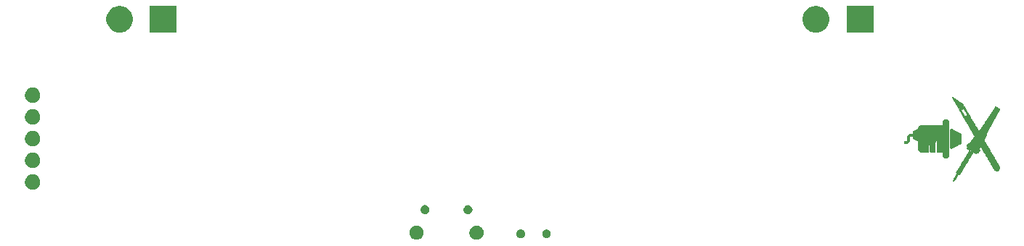
<source format=gbs>
G04 #@! TF.GenerationSoftware,KiCad,Pcbnew,(5.0.1-3-g963ef8bb5)*
G04 #@! TF.CreationDate,2019-02-08T19:31:27-05:00*
G04 #@! TF.ProjectId,glowtie,676C6F777469652E6B696361645F7063,rev?*
G04 #@! TF.SameCoordinates,Original*
G04 #@! TF.FileFunction,Soldermask,Bot*
G04 #@! TF.FilePolarity,Negative*
%FSLAX46Y46*%
G04 Gerber Fmt 4.6, Leading zero omitted, Abs format (unit mm)*
G04 Created by KiCad (PCBNEW (5.0.1-3-g963ef8bb5)) date Friday, February 08, 2019 at 07:31:27 PM*
%MOMM*%
%LPD*%
G01*
G04 APERTURE LIST*
%ADD10C,0.010000*%
%ADD11C,0.100000*%
G04 APERTURE END LIST*
D10*
G04 #@! TO.C,G\002A\002A\002A*
G36*
X130057466Y-36433824D02*
X130066386Y-36451246D01*
X130080466Y-36477306D01*
X130099064Y-36510853D01*
X130121535Y-36550733D01*
X130147237Y-36595795D01*
X130175527Y-36644888D01*
X130199445Y-36686042D01*
X130230746Y-36739714D01*
X130267230Y-36802299D01*
X130307694Y-36871732D01*
X130350935Y-36945947D01*
X130395750Y-37022880D01*
X130440937Y-37100466D01*
X130485291Y-37176639D01*
X130527612Y-37249335D01*
X130545954Y-37280850D01*
X130591376Y-37358688D01*
X130630936Y-37426014D01*
X130664979Y-37483393D01*
X130693855Y-37531391D01*
X130717910Y-37570573D01*
X130737492Y-37601505D01*
X130752949Y-37624751D01*
X130764628Y-37640878D01*
X130772878Y-37650451D01*
X130773595Y-37651132D01*
X130812404Y-37680808D01*
X130859830Y-37707190D01*
X130911840Y-37728112D01*
X130924300Y-37732006D01*
X130947616Y-37739289D01*
X130966188Y-37745845D01*
X130976612Y-37750454D01*
X130977420Y-37751036D01*
X130974766Y-37756080D01*
X130963043Y-37765398D01*
X130944433Y-37777365D01*
X130933739Y-37783550D01*
X130909179Y-37797811D01*
X130887014Y-37811585D01*
X130871043Y-37822484D01*
X130867919Y-37824926D01*
X130857065Y-37834925D01*
X130855083Y-37842796D01*
X130860954Y-37854379D01*
X130862374Y-37856676D01*
X130874285Y-37876257D01*
X130890958Y-37904212D01*
X130911712Y-37939359D01*
X130935865Y-37980517D01*
X130962735Y-38026507D01*
X130991638Y-38076146D01*
X131021895Y-38128254D01*
X131052822Y-38181650D01*
X131083737Y-38235154D01*
X131113959Y-38287584D01*
X131142805Y-38337760D01*
X131169593Y-38384500D01*
X131193642Y-38426623D01*
X131214269Y-38462950D01*
X131230792Y-38492299D01*
X131242530Y-38513488D01*
X131248800Y-38525338D01*
X131249604Y-38527138D01*
X131255093Y-38539146D01*
X131266166Y-38560290D01*
X131281844Y-38588890D01*
X131301147Y-38623269D01*
X131323096Y-38661747D01*
X131346710Y-38702646D01*
X131371010Y-38744288D01*
X131395016Y-38784995D01*
X131417750Y-38823088D01*
X131438230Y-38856888D01*
X131455478Y-38884717D01*
X131468513Y-38904896D01*
X131476356Y-38915748D01*
X131476557Y-38915975D01*
X131489773Y-38932857D01*
X131504354Y-38954717D01*
X131511492Y-38966775D01*
X131516309Y-38975346D01*
X131522095Y-38985528D01*
X131529348Y-38998180D01*
X131538566Y-39014157D01*
X131550249Y-39034319D01*
X131564896Y-39059523D01*
X131583005Y-39090626D01*
X131605076Y-39128485D01*
X131631606Y-39173959D01*
X131663096Y-39227905D01*
X131700043Y-39291181D01*
X131738657Y-39357300D01*
X131774881Y-39419332D01*
X131815405Y-39488748D01*
X131859202Y-39563788D01*
X131905247Y-39642692D01*
X131952511Y-39723700D01*
X131999968Y-39805050D01*
X132046592Y-39884984D01*
X132091355Y-39961741D01*
X132133231Y-40033560D01*
X132171193Y-40098681D01*
X132204213Y-40155345D01*
X132216508Y-40176450D01*
X132236020Y-40209929D01*
X132260974Y-40252718D01*
X132290404Y-40303160D01*
X132323344Y-40359601D01*
X132358827Y-40420386D01*
X132395887Y-40483857D01*
X132433558Y-40548362D01*
X132470873Y-40612243D01*
X132483239Y-40633408D01*
X132525513Y-40706062D01*
X132562640Y-40770491D01*
X132594406Y-40826310D01*
X132620598Y-40873134D01*
X132641001Y-40910578D01*
X132655404Y-40938257D01*
X132663592Y-40955785D01*
X132665521Y-40962296D01*
X132661502Y-40972643D01*
X132651306Y-40990891D01*
X132636330Y-41014747D01*
X132617970Y-41041918D01*
X132611252Y-41051437D01*
X132590775Y-41080238D01*
X132569519Y-41110363D01*
X132546560Y-41143141D01*
X132520976Y-41179904D01*
X132491842Y-41221980D01*
X132458235Y-41270701D01*
X132419232Y-41327396D01*
X132378899Y-41386125D01*
X132352763Y-41424118D01*
X132324885Y-41464500D01*
X132297668Y-41503795D01*
X132273521Y-41538527D01*
X132259670Y-41558353D01*
X132237524Y-41590043D01*
X132211090Y-41628003D01*
X132183281Y-41668045D01*
X132157009Y-41705977D01*
X132150066Y-41716026D01*
X132129311Y-41745512D01*
X132110320Y-41771437D01*
X132094537Y-41791911D01*
X132083407Y-41805041D01*
X132079203Y-41808826D01*
X132063305Y-41810434D01*
X132045853Y-41805140D01*
X132009675Y-41796571D01*
X131971528Y-41799064D01*
X131944608Y-41807883D01*
X131935438Y-41812634D01*
X131926886Y-41818892D01*
X131917863Y-41828121D01*
X131907277Y-41841783D01*
X131894037Y-41861343D01*
X131877053Y-41888263D01*
X131855233Y-41924006D01*
X131843356Y-41943672D01*
X131818774Y-41984733D01*
X131800159Y-42016646D01*
X131786718Y-42041018D01*
X131777659Y-42059452D01*
X131772190Y-42073554D01*
X131769518Y-42084928D01*
X131768850Y-42094584D01*
X131773407Y-42124799D01*
X131785527Y-42155136D01*
X131802880Y-42180626D01*
X131814038Y-42190950D01*
X131826186Y-42201325D01*
X131832207Y-42209201D01*
X131832350Y-42209991D01*
X131829270Y-42217715D01*
X131821119Y-42233173D01*
X131809526Y-42253309D01*
X131806950Y-42257609D01*
X131792743Y-42283048D01*
X131784876Y-42303006D01*
X131781792Y-42321951D01*
X131781550Y-42330601D01*
X131786560Y-42367105D01*
X131801435Y-42396075D01*
X131811062Y-42406295D01*
X131814336Y-42408873D01*
X131820152Y-42412919D01*
X131829134Y-42418812D01*
X131841903Y-42426934D01*
X131859083Y-42437665D01*
X131881296Y-42451386D01*
X131909165Y-42468477D01*
X131943314Y-42489319D01*
X131984364Y-42514293D01*
X132032939Y-42543778D01*
X132089662Y-42578157D01*
X132155155Y-42617809D01*
X132230041Y-42663115D01*
X132314944Y-42714455D01*
X132349875Y-42735573D01*
X132395003Y-42762884D01*
X132447321Y-42794594D01*
X132503180Y-42828489D01*
X132558927Y-42862352D01*
X132610914Y-42893968D01*
X132632450Y-42907079D01*
X132677320Y-42934309D01*
X132712905Y-42955579D01*
X132740694Y-42971649D01*
X132762181Y-42983276D01*
X132778857Y-42991217D01*
X132792215Y-42996232D01*
X132803744Y-42999078D01*
X132814939Y-43000513D01*
X132816600Y-43000648D01*
X132847329Y-42999177D01*
X132873335Y-42988731D01*
X132896780Y-42968027D01*
X132916150Y-42941657D01*
X132932291Y-42916499D01*
X132943392Y-42900368D01*
X132951425Y-42891702D01*
X132958361Y-42888936D01*
X132966170Y-42890509D01*
X132975740Y-42894411D01*
X133006887Y-42902386D01*
X133039889Y-42902785D01*
X133069929Y-42895879D01*
X133084583Y-42888304D01*
X133094782Y-42878029D01*
X133109806Y-42858662D01*
X133128385Y-42832250D01*
X133149250Y-42800844D01*
X133171130Y-42766492D01*
X133192756Y-42731244D01*
X133212859Y-42697148D01*
X133230168Y-42666254D01*
X133243413Y-42640611D01*
X133251326Y-42622267D01*
X133252834Y-42616792D01*
X133253690Y-42583421D01*
X133243630Y-42552740D01*
X133221877Y-42522494D01*
X133219401Y-42519803D01*
X133204868Y-42502944D01*
X133194781Y-42488711D01*
X133191473Y-42480841D01*
X133194381Y-42472052D01*
X133202144Y-42454572D01*
X133213598Y-42430892D01*
X133227577Y-42403504D01*
X133228299Y-42402125D01*
X133259721Y-42342268D01*
X133285852Y-42292777D01*
X133307215Y-42252731D01*
X133324335Y-42221205D01*
X133337736Y-42197276D01*
X133347943Y-42180021D01*
X133355479Y-42168517D01*
X133360869Y-42161840D01*
X133364638Y-42159068D01*
X133366413Y-42158910D01*
X133370516Y-42164527D01*
X133380684Y-42180592D01*
X133396601Y-42206573D01*
X133417955Y-42241936D01*
X133444432Y-42286147D01*
X133475718Y-42338672D01*
X133511499Y-42398978D01*
X133551461Y-42466532D01*
X133595292Y-42540799D01*
X133642676Y-42621246D01*
X133693300Y-42707340D01*
X133746850Y-42798546D01*
X133803013Y-42894332D01*
X133861476Y-42994164D01*
X133921923Y-43097508D01*
X133984041Y-43203830D01*
X134047517Y-43312597D01*
X134112037Y-43423276D01*
X134177287Y-43535333D01*
X134242954Y-43648233D01*
X134308479Y-43761025D01*
X134330045Y-43798131D01*
X134355770Y-43842333D01*
X134383401Y-43889763D01*
X134410687Y-43936556D01*
X134432398Y-43973750D01*
X134477336Y-44050683D01*
X134516664Y-44118006D01*
X134551174Y-44177076D01*
X134581661Y-44229251D01*
X134608917Y-44275888D01*
X134633735Y-44318345D01*
X134656909Y-44357978D01*
X134679233Y-44396145D01*
X134699594Y-44430950D01*
X134726007Y-44476138D01*
X134755880Y-44527318D01*
X134786586Y-44579986D01*
X134815500Y-44629639D01*
X134834740Y-44662725D01*
X134856648Y-44700416D01*
X134878188Y-44737448D01*
X134897885Y-44771286D01*
X134914262Y-44799396D01*
X134925845Y-44819243D01*
X134926463Y-44820300D01*
X134963536Y-44874209D01*
X135006330Y-44917915D01*
X135056524Y-44952750D01*
X135115799Y-44980045D01*
X135137525Y-44987587D01*
X135165582Y-44995761D01*
X135191545Y-45000856D01*
X135220272Y-45003554D01*
X135256621Y-45004539D01*
X135258175Y-45004552D01*
X135313476Y-45002298D01*
X135359807Y-44993912D01*
X135399840Y-44978332D01*
X135436250Y-44954496D01*
X135471709Y-44921342D01*
X135474147Y-44918729D01*
X135511559Y-44869681D01*
X135541384Y-44812401D01*
X135562127Y-44749799D01*
X135563217Y-44745223D01*
X135570138Y-44703580D01*
X135572974Y-44658706D01*
X135571888Y-44613997D01*
X135567048Y-44572848D01*
X135558620Y-44538657D01*
X135552391Y-44523807D01*
X135549821Y-44519103D01*
X135544851Y-44510326D01*
X135537134Y-44496877D01*
X135526324Y-44478160D01*
X135512071Y-44453577D01*
X135494030Y-44422533D01*
X135471852Y-44384429D01*
X135445191Y-44338669D01*
X135413698Y-44284656D01*
X135377027Y-44221792D01*
X135334830Y-44149481D01*
X135286759Y-44067125D01*
X135258198Y-44018200D01*
X135236436Y-43980922D01*
X135210061Y-43935738D01*
X135180860Y-43885711D01*
X135150621Y-43833904D01*
X135121132Y-43783379D01*
X135102526Y-43751500D01*
X135073257Y-43701365D01*
X135039732Y-43643962D01*
X135004108Y-43582987D01*
X134968544Y-43522131D01*
X134935197Y-43465089D01*
X134915159Y-43430825D01*
X134870795Y-43354948D01*
X134821702Y-43270928D01*
X134769227Y-43181075D01*
X134714721Y-43087703D01*
X134659534Y-42993125D01*
X134605013Y-42899652D01*
X134552509Y-42809599D01*
X134503372Y-42725277D01*
X134458950Y-42648999D01*
X134448313Y-42630725D01*
X134429998Y-42599266D01*
X134405947Y-42557975D01*
X134376823Y-42507987D01*
X134343290Y-42450440D01*
X134306010Y-42386472D01*
X134265645Y-42317219D01*
X134222859Y-42243819D01*
X134178314Y-42167410D01*
X134132674Y-42089127D01*
X134086600Y-42010108D01*
X134049289Y-41946123D01*
X133993116Y-41849609D01*
X133942477Y-41762219D01*
X133897486Y-41684153D01*
X133858254Y-41615611D01*
X133824895Y-41556792D01*
X133797521Y-41507895D01*
X133776244Y-41469120D01*
X133761178Y-41440668D01*
X133752435Y-41422736D01*
X133750058Y-41415898D01*
X133753000Y-41404769D01*
X133761137Y-41384807D01*
X133773444Y-41358252D01*
X133788896Y-41327344D01*
X133801436Y-41303575D01*
X133822423Y-41264312D01*
X133844956Y-41221574D01*
X133866758Y-41179716D01*
X133885552Y-41143093D01*
X133891095Y-41132125D01*
X133910432Y-41094254D01*
X133932883Y-41051237D01*
X133955332Y-41008996D01*
X133970715Y-40980625D01*
X133993424Y-40937599D01*
X134009082Y-40903198D01*
X134017921Y-40875646D01*
X134020169Y-40853161D01*
X134016059Y-40833966D01*
X134005818Y-40816280D01*
X133993770Y-40802437D01*
X133981116Y-40787680D01*
X133973403Y-40775356D01*
X133972300Y-40771400D01*
X133975325Y-40762399D01*
X133983482Y-40745265D01*
X133995392Y-40722770D01*
X134004832Y-40705998D01*
X134018367Y-40682001D01*
X134036160Y-40649720D01*
X134056594Y-40612132D01*
X134078050Y-40572210D01*
X134097700Y-40535225D01*
X134119014Y-40495134D01*
X134141183Y-40453932D01*
X134162483Y-40414790D01*
X134181189Y-40380879D01*
X134194397Y-40357425D01*
X134209483Y-40330638D01*
X134228692Y-40295869D01*
X134250242Y-40256379D01*
X134272351Y-40215429D01*
X134289782Y-40182800D01*
X134311172Y-40142783D01*
X134333623Y-40101224D01*
X134355306Y-40061476D01*
X134374391Y-40026898D01*
X134386681Y-40005000D01*
X134402122Y-39977403D01*
X134421685Y-39941814D01*
X134443598Y-39901489D01*
X134466091Y-39859688D01*
X134485085Y-39824025D01*
X134506451Y-39783950D01*
X134528662Y-39742765D01*
X134549993Y-39703635D01*
X134568717Y-39669728D01*
X134581955Y-39646225D01*
X134597032Y-39619433D01*
X134616228Y-39584658D01*
X134637760Y-39545161D01*
X134659848Y-39504205D01*
X134677245Y-39471600D01*
X134700521Y-39428067D01*
X134726692Y-39379678D01*
X134753340Y-39330875D01*
X134778042Y-39286099D01*
X134791463Y-39262050D01*
X134813798Y-39221915D01*
X134838015Y-39177801D01*
X134861729Y-39134089D01*
X134882555Y-39095159D01*
X134889979Y-39081075D01*
X134909491Y-39044326D01*
X134932726Y-39001335D01*
X134957083Y-38956875D01*
X134979959Y-38915717D01*
X134985172Y-38906450D01*
X135006830Y-38867701D01*
X135030221Y-38825251D01*
X135052902Y-38783574D01*
X135072425Y-38747143D01*
X135077160Y-38738175D01*
X135093732Y-38707000D01*
X135114582Y-38668327D01*
X135137766Y-38625729D01*
X135161343Y-38582780D01*
X135179023Y-38550850D01*
X135203267Y-38506965D01*
X135230282Y-38457563D01*
X135257586Y-38407211D01*
X135282699Y-38360476D01*
X135296277Y-38334950D01*
X135317067Y-38295961D01*
X135338940Y-38255463D01*
X135359996Y-38216942D01*
X135378335Y-38183882D01*
X135388068Y-38166675D01*
X135407529Y-38132199D01*
X135429199Y-38093047D01*
X135449614Y-38055506D01*
X135458071Y-38039675D01*
X135474563Y-38008705D01*
X135494610Y-37971296D01*
X135515681Y-37932159D01*
X135535248Y-37896003D01*
X135535283Y-37895939D01*
X135550746Y-37867248D01*
X135563722Y-37842765D01*
X135573147Y-37824530D01*
X135577955Y-37814585D01*
X135578348Y-37813389D01*
X135576013Y-37806378D01*
X135571957Y-37795200D01*
X135567330Y-37789031D01*
X135556478Y-37779695D01*
X135538664Y-37766702D01*
X135513149Y-37749563D01*
X135479196Y-37727787D01*
X135436065Y-37700887D01*
X135383018Y-37668372D01*
X135353999Y-37650737D01*
X135297466Y-37616591D01*
X135250661Y-37588684D01*
X135212551Y-37566503D01*
X135182107Y-37549536D01*
X135158297Y-37537272D01*
X135140090Y-37529198D01*
X135126456Y-37524802D01*
X135116364Y-37523573D01*
X135108783Y-37524999D01*
X135104864Y-37527009D01*
X135100790Y-37532581D01*
X135090123Y-37548037D01*
X135073317Y-37572698D01*
X135050829Y-37605884D01*
X135023114Y-37646916D01*
X134990626Y-37695113D01*
X134953820Y-37749795D01*
X134913153Y-37810283D01*
X134869078Y-37875896D01*
X134822051Y-37945956D01*
X134772528Y-38019781D01*
X134720963Y-38096693D01*
X134667812Y-38176010D01*
X134613529Y-38257054D01*
X134558570Y-38339145D01*
X134503390Y-38421602D01*
X134448445Y-38503746D01*
X134394188Y-38584896D01*
X134341076Y-38664374D01*
X134289563Y-38741499D01*
X134240105Y-38815591D01*
X134193157Y-38885970D01*
X134149174Y-38951957D01*
X134108611Y-39012871D01*
X134071923Y-39068033D01*
X134039566Y-39116763D01*
X134011994Y-39158381D01*
X133989663Y-39192206D01*
X133973027Y-39217561D01*
X133969552Y-39222895D01*
X133954924Y-39245166D01*
X133934699Y-39275626D01*
X133910424Y-39311965D01*
X133883644Y-39351871D01*
X133855908Y-39393031D01*
X133838950Y-39418107D01*
X133771592Y-39517946D01*
X133697745Y-39628150D01*
X133617332Y-39748832D01*
X133530278Y-39880106D01*
X133489700Y-39941479D01*
X133440919Y-40015108D01*
X133396157Y-40082242D01*
X133355767Y-40142363D01*
X133320106Y-40194956D01*
X133289527Y-40239504D01*
X133264384Y-40275491D01*
X133245033Y-40302402D01*
X133231828Y-40319719D01*
X133225124Y-40326926D01*
X133224858Y-40327058D01*
X133212873Y-40326458D01*
X133208631Y-40324103D01*
X133188810Y-40315494D01*
X133163144Y-40313746D01*
X133136634Y-40319117D01*
X133133657Y-40320242D01*
X133117603Y-40325939D01*
X133107270Y-40328243D01*
X133105683Y-40327949D01*
X133104350Y-40325954D01*
X133101044Y-40320550D01*
X133095531Y-40311337D01*
X133087578Y-40297919D01*
X133076953Y-40279894D01*
X133063423Y-40256866D01*
X133046756Y-40228436D01*
X133026717Y-40194205D01*
X133003074Y-40153774D01*
X132975596Y-40106744D01*
X132944047Y-40052718D01*
X132908197Y-39991297D01*
X132867812Y-39922081D01*
X132822659Y-39844673D01*
X132772505Y-39758673D01*
X132717118Y-39663683D01*
X132656264Y-39559305D01*
X132589712Y-39445140D01*
X132517227Y-39320789D01*
X132440426Y-39189025D01*
X132387095Y-39097536D01*
X132332557Y-39003996D01*
X132277503Y-38909590D01*
X132222626Y-38815505D01*
X132168617Y-38722926D01*
X132116169Y-38633040D01*
X132065974Y-38547033D01*
X132018724Y-38466090D01*
X131975111Y-38391398D01*
X131935828Y-38324143D01*
X131901566Y-38265510D01*
X131873478Y-38217475D01*
X131834705Y-38151179D01*
X131793990Y-38081535D01*
X131752496Y-38010532D01*
X131711384Y-37940161D01*
X131671818Y-37872410D01*
X131634958Y-37809271D01*
X131601969Y-37752733D01*
X131574011Y-37704785D01*
X131569342Y-37696775D01*
X131542323Y-37650622D01*
X131517146Y-37608033D01*
X131494555Y-37570236D01*
X131475296Y-37538459D01*
X131460113Y-37513929D01*
X131449750Y-37497875D01*
X131444952Y-37491524D01*
X131444865Y-37491481D01*
X131436540Y-37493318D01*
X131420989Y-37500198D01*
X131404609Y-37508944D01*
X131385686Y-37519309D01*
X131385686Y-37718264D01*
X131386841Y-37718561D01*
X131391759Y-37724901D01*
X131402248Y-37740959D01*
X131417548Y-37765444D01*
X131436897Y-37797065D01*
X131459532Y-37834531D01*
X131484694Y-37876551D01*
X131511621Y-37921835D01*
X131539550Y-37969092D01*
X131567722Y-38017032D01*
X131595373Y-38064363D01*
X131621744Y-38109794D01*
X131646072Y-38152036D01*
X131667597Y-38189796D01*
X131685556Y-38221785D01*
X131699189Y-38246711D01*
X131705488Y-38258750D01*
X131717316Y-38281123D01*
X131733884Y-38311149D01*
X131753379Y-38345603D01*
X131773986Y-38381260D01*
X131784091Y-38398450D01*
X131802216Y-38429710D01*
X131817795Y-38457771D01*
X131829741Y-38480575D01*
X131836965Y-38496068D01*
X131838632Y-38501547D01*
X131833671Y-38511447D01*
X131821117Y-38523292D01*
X131814887Y-38527616D01*
X131802415Y-38535222D01*
X131780936Y-38548025D01*
X131752435Y-38564856D01*
X131718895Y-38584544D01*
X131682298Y-38605920D01*
X131668151Y-38614156D01*
X131628351Y-38637243D01*
X131598046Y-38654555D01*
X131575776Y-38666741D01*
X131560078Y-38674452D01*
X131549495Y-38678337D01*
X131542564Y-38679045D01*
X131537825Y-38677227D01*
X131534081Y-38673812D01*
X131528353Y-38665687D01*
X131517078Y-38647910D01*
X131501069Y-38621825D01*
X131481135Y-38588775D01*
X131458087Y-38550102D01*
X131432737Y-38507149D01*
X131409998Y-38468300D01*
X131381648Y-38419713D01*
X131353515Y-38371549D01*
X131326693Y-38325680D01*
X131302279Y-38283981D01*
X131281369Y-38248323D01*
X131265060Y-38220580D01*
X131257607Y-38207950D01*
X131216440Y-38138195D01*
X131181531Y-38078611D01*
X131152513Y-38028532D01*
X131129021Y-37987292D01*
X131110690Y-37954225D01*
X131097152Y-37928665D01*
X131088044Y-37909947D01*
X131082999Y-37897403D01*
X131081651Y-37890370D01*
X131082293Y-37888666D01*
X131089448Y-37883723D01*
X131106066Y-37873338D01*
X131130618Y-37858432D01*
X131161575Y-37839924D01*
X131197409Y-37818736D01*
X131233441Y-37797625D01*
X131284206Y-37768377D01*
X131324573Y-37745940D01*
X131354782Y-37730192D01*
X131375073Y-37721008D01*
X131385686Y-37718264D01*
X131385686Y-37519309D01*
X131381175Y-37521780D01*
X131366709Y-37527307D01*
X131359437Y-37524982D01*
X131357581Y-37514266D01*
X131359298Y-37495162D01*
X131360524Y-37455187D01*
X131355586Y-37411379D01*
X131345374Y-37365966D01*
X131330777Y-37321177D01*
X131312686Y-37279239D01*
X131291989Y-37242382D01*
X131269576Y-37212834D01*
X131246336Y-37192824D01*
X131236643Y-37187841D01*
X131216409Y-37176555D01*
X131198587Y-37161805D01*
X131197350Y-37160456D01*
X131186084Y-37150116D01*
X131166789Y-37134813D01*
X131142071Y-37116529D01*
X131114535Y-37097244D01*
X131111625Y-37095267D01*
X131051396Y-37054381D01*
X130988157Y-37011247D01*
X130925714Y-36968471D01*
X130867874Y-36928659D01*
X130838575Y-36908394D01*
X130809491Y-36888313D01*
X130774637Y-36864366D01*
X130738756Y-36839806D01*
X130711575Y-36821274D01*
X130678454Y-36798697D01*
X130642418Y-36774050D01*
X130608211Y-36750582D01*
X130584575Y-36734305D01*
X130557233Y-36715469D01*
X130523432Y-36692250D01*
X130487208Y-36667414D01*
X130452595Y-36643732D01*
X130448050Y-36640626D01*
X130416017Y-36618717D01*
X130383752Y-36596597D01*
X130354555Y-36576531D01*
X130331726Y-36560786D01*
X130327400Y-36557790D01*
X130301493Y-36539889D01*
X130271092Y-36518972D01*
X130242198Y-36499168D01*
X130238500Y-36496640D01*
X130198213Y-36469049D01*
X130167118Y-36447564D01*
X130143859Y-36431219D01*
X130127078Y-36419049D01*
X130115418Y-36410089D01*
X130107915Y-36403732D01*
X130094825Y-36394845D01*
X130085087Y-36391850D01*
X130072101Y-36397139D01*
X130060378Y-36409629D01*
X130054457Y-36424246D01*
X130054349Y-36426192D01*
X130057466Y-36433824D01*
X130057466Y-36433824D01*
G37*
X130057466Y-36433824D02*
X130066386Y-36451246D01*
X130080466Y-36477306D01*
X130099064Y-36510853D01*
X130121535Y-36550733D01*
X130147237Y-36595795D01*
X130175527Y-36644888D01*
X130199445Y-36686042D01*
X130230746Y-36739714D01*
X130267230Y-36802299D01*
X130307694Y-36871732D01*
X130350935Y-36945947D01*
X130395750Y-37022880D01*
X130440937Y-37100466D01*
X130485291Y-37176639D01*
X130527612Y-37249335D01*
X130545954Y-37280850D01*
X130591376Y-37358688D01*
X130630936Y-37426014D01*
X130664979Y-37483393D01*
X130693855Y-37531391D01*
X130717910Y-37570573D01*
X130737492Y-37601505D01*
X130752949Y-37624751D01*
X130764628Y-37640878D01*
X130772878Y-37650451D01*
X130773595Y-37651132D01*
X130812404Y-37680808D01*
X130859830Y-37707190D01*
X130911840Y-37728112D01*
X130924300Y-37732006D01*
X130947616Y-37739289D01*
X130966188Y-37745845D01*
X130976612Y-37750454D01*
X130977420Y-37751036D01*
X130974766Y-37756080D01*
X130963043Y-37765398D01*
X130944433Y-37777365D01*
X130933739Y-37783550D01*
X130909179Y-37797811D01*
X130887014Y-37811585D01*
X130871043Y-37822484D01*
X130867919Y-37824926D01*
X130857065Y-37834925D01*
X130855083Y-37842796D01*
X130860954Y-37854379D01*
X130862374Y-37856676D01*
X130874285Y-37876257D01*
X130890958Y-37904212D01*
X130911712Y-37939359D01*
X130935865Y-37980517D01*
X130962735Y-38026507D01*
X130991638Y-38076146D01*
X131021895Y-38128254D01*
X131052822Y-38181650D01*
X131083737Y-38235154D01*
X131113959Y-38287584D01*
X131142805Y-38337760D01*
X131169593Y-38384500D01*
X131193642Y-38426623D01*
X131214269Y-38462950D01*
X131230792Y-38492299D01*
X131242530Y-38513488D01*
X131248800Y-38525338D01*
X131249604Y-38527138D01*
X131255093Y-38539146D01*
X131266166Y-38560290D01*
X131281844Y-38588890D01*
X131301147Y-38623269D01*
X131323096Y-38661747D01*
X131346710Y-38702646D01*
X131371010Y-38744288D01*
X131395016Y-38784995D01*
X131417750Y-38823088D01*
X131438230Y-38856888D01*
X131455478Y-38884717D01*
X131468513Y-38904896D01*
X131476356Y-38915748D01*
X131476557Y-38915975D01*
X131489773Y-38932857D01*
X131504354Y-38954717D01*
X131511492Y-38966775D01*
X131516309Y-38975346D01*
X131522095Y-38985528D01*
X131529348Y-38998180D01*
X131538566Y-39014157D01*
X131550249Y-39034319D01*
X131564896Y-39059523D01*
X131583005Y-39090626D01*
X131605076Y-39128485D01*
X131631606Y-39173959D01*
X131663096Y-39227905D01*
X131700043Y-39291181D01*
X131738657Y-39357300D01*
X131774881Y-39419332D01*
X131815405Y-39488748D01*
X131859202Y-39563788D01*
X131905247Y-39642692D01*
X131952511Y-39723700D01*
X131999968Y-39805050D01*
X132046592Y-39884984D01*
X132091355Y-39961741D01*
X132133231Y-40033560D01*
X132171193Y-40098681D01*
X132204213Y-40155345D01*
X132216508Y-40176450D01*
X132236020Y-40209929D01*
X132260974Y-40252718D01*
X132290404Y-40303160D01*
X132323344Y-40359601D01*
X132358827Y-40420386D01*
X132395887Y-40483857D01*
X132433558Y-40548362D01*
X132470873Y-40612243D01*
X132483239Y-40633408D01*
X132525513Y-40706062D01*
X132562640Y-40770491D01*
X132594406Y-40826310D01*
X132620598Y-40873134D01*
X132641001Y-40910578D01*
X132655404Y-40938257D01*
X132663592Y-40955785D01*
X132665521Y-40962296D01*
X132661502Y-40972643D01*
X132651306Y-40990891D01*
X132636330Y-41014747D01*
X132617970Y-41041918D01*
X132611252Y-41051437D01*
X132590775Y-41080238D01*
X132569519Y-41110363D01*
X132546560Y-41143141D01*
X132520976Y-41179904D01*
X132491842Y-41221980D01*
X132458235Y-41270701D01*
X132419232Y-41327396D01*
X132378899Y-41386125D01*
X132352763Y-41424118D01*
X132324885Y-41464500D01*
X132297668Y-41503795D01*
X132273521Y-41538527D01*
X132259670Y-41558353D01*
X132237524Y-41590043D01*
X132211090Y-41628003D01*
X132183281Y-41668045D01*
X132157009Y-41705977D01*
X132150066Y-41716026D01*
X132129311Y-41745512D01*
X132110320Y-41771437D01*
X132094537Y-41791911D01*
X132083407Y-41805041D01*
X132079203Y-41808826D01*
X132063305Y-41810434D01*
X132045853Y-41805140D01*
X132009675Y-41796571D01*
X131971528Y-41799064D01*
X131944608Y-41807883D01*
X131935438Y-41812634D01*
X131926886Y-41818892D01*
X131917863Y-41828121D01*
X131907277Y-41841783D01*
X131894037Y-41861343D01*
X131877053Y-41888263D01*
X131855233Y-41924006D01*
X131843356Y-41943672D01*
X131818774Y-41984733D01*
X131800159Y-42016646D01*
X131786718Y-42041018D01*
X131777659Y-42059452D01*
X131772190Y-42073554D01*
X131769518Y-42084928D01*
X131768850Y-42094584D01*
X131773407Y-42124799D01*
X131785527Y-42155136D01*
X131802880Y-42180626D01*
X131814038Y-42190950D01*
X131826186Y-42201325D01*
X131832207Y-42209201D01*
X131832350Y-42209991D01*
X131829270Y-42217715D01*
X131821119Y-42233173D01*
X131809526Y-42253309D01*
X131806950Y-42257609D01*
X131792743Y-42283048D01*
X131784876Y-42303006D01*
X131781792Y-42321951D01*
X131781550Y-42330601D01*
X131786560Y-42367105D01*
X131801435Y-42396075D01*
X131811062Y-42406295D01*
X131814336Y-42408873D01*
X131820152Y-42412919D01*
X131829134Y-42418812D01*
X131841903Y-42426934D01*
X131859083Y-42437665D01*
X131881296Y-42451386D01*
X131909165Y-42468477D01*
X131943314Y-42489319D01*
X131984364Y-42514293D01*
X132032939Y-42543778D01*
X132089662Y-42578157D01*
X132155155Y-42617809D01*
X132230041Y-42663115D01*
X132314944Y-42714455D01*
X132349875Y-42735573D01*
X132395003Y-42762884D01*
X132447321Y-42794594D01*
X132503180Y-42828489D01*
X132558927Y-42862352D01*
X132610914Y-42893968D01*
X132632450Y-42907079D01*
X132677320Y-42934309D01*
X132712905Y-42955579D01*
X132740694Y-42971649D01*
X132762181Y-42983276D01*
X132778857Y-42991217D01*
X132792215Y-42996232D01*
X132803744Y-42999078D01*
X132814939Y-43000513D01*
X132816600Y-43000648D01*
X132847329Y-42999177D01*
X132873335Y-42988731D01*
X132896780Y-42968027D01*
X132916150Y-42941657D01*
X132932291Y-42916499D01*
X132943392Y-42900368D01*
X132951425Y-42891702D01*
X132958361Y-42888936D01*
X132966170Y-42890509D01*
X132975740Y-42894411D01*
X133006887Y-42902386D01*
X133039889Y-42902785D01*
X133069929Y-42895879D01*
X133084583Y-42888304D01*
X133094782Y-42878029D01*
X133109806Y-42858662D01*
X133128385Y-42832250D01*
X133149250Y-42800844D01*
X133171130Y-42766492D01*
X133192756Y-42731244D01*
X133212859Y-42697148D01*
X133230168Y-42666254D01*
X133243413Y-42640611D01*
X133251326Y-42622267D01*
X133252834Y-42616792D01*
X133253690Y-42583421D01*
X133243630Y-42552740D01*
X133221877Y-42522494D01*
X133219401Y-42519803D01*
X133204868Y-42502944D01*
X133194781Y-42488711D01*
X133191473Y-42480841D01*
X133194381Y-42472052D01*
X133202144Y-42454572D01*
X133213598Y-42430892D01*
X133227577Y-42403504D01*
X133228299Y-42402125D01*
X133259721Y-42342268D01*
X133285852Y-42292777D01*
X133307215Y-42252731D01*
X133324335Y-42221205D01*
X133337736Y-42197276D01*
X133347943Y-42180021D01*
X133355479Y-42168517D01*
X133360869Y-42161840D01*
X133364638Y-42159068D01*
X133366413Y-42158910D01*
X133370516Y-42164527D01*
X133380684Y-42180592D01*
X133396601Y-42206573D01*
X133417955Y-42241936D01*
X133444432Y-42286147D01*
X133475718Y-42338672D01*
X133511499Y-42398978D01*
X133551461Y-42466532D01*
X133595292Y-42540799D01*
X133642676Y-42621246D01*
X133693300Y-42707340D01*
X133746850Y-42798546D01*
X133803013Y-42894332D01*
X133861476Y-42994164D01*
X133921923Y-43097508D01*
X133984041Y-43203830D01*
X134047517Y-43312597D01*
X134112037Y-43423276D01*
X134177287Y-43535333D01*
X134242954Y-43648233D01*
X134308479Y-43761025D01*
X134330045Y-43798131D01*
X134355770Y-43842333D01*
X134383401Y-43889763D01*
X134410687Y-43936556D01*
X134432398Y-43973750D01*
X134477336Y-44050683D01*
X134516664Y-44118006D01*
X134551174Y-44177076D01*
X134581661Y-44229251D01*
X134608917Y-44275888D01*
X134633735Y-44318345D01*
X134656909Y-44357978D01*
X134679233Y-44396145D01*
X134699594Y-44430950D01*
X134726007Y-44476138D01*
X134755880Y-44527318D01*
X134786586Y-44579986D01*
X134815500Y-44629639D01*
X134834740Y-44662725D01*
X134856648Y-44700416D01*
X134878188Y-44737448D01*
X134897885Y-44771286D01*
X134914262Y-44799396D01*
X134925845Y-44819243D01*
X134926463Y-44820300D01*
X134963536Y-44874209D01*
X135006330Y-44917915D01*
X135056524Y-44952750D01*
X135115799Y-44980045D01*
X135137525Y-44987587D01*
X135165582Y-44995761D01*
X135191545Y-45000856D01*
X135220272Y-45003554D01*
X135256621Y-45004539D01*
X135258175Y-45004552D01*
X135313476Y-45002298D01*
X135359807Y-44993912D01*
X135399840Y-44978332D01*
X135436250Y-44954496D01*
X135471709Y-44921342D01*
X135474147Y-44918729D01*
X135511559Y-44869681D01*
X135541384Y-44812401D01*
X135562127Y-44749799D01*
X135563217Y-44745223D01*
X135570138Y-44703580D01*
X135572974Y-44658706D01*
X135571888Y-44613997D01*
X135567048Y-44572848D01*
X135558620Y-44538657D01*
X135552391Y-44523807D01*
X135549821Y-44519103D01*
X135544851Y-44510326D01*
X135537134Y-44496877D01*
X135526324Y-44478160D01*
X135512071Y-44453577D01*
X135494030Y-44422533D01*
X135471852Y-44384429D01*
X135445191Y-44338669D01*
X135413698Y-44284656D01*
X135377027Y-44221792D01*
X135334830Y-44149481D01*
X135286759Y-44067125D01*
X135258198Y-44018200D01*
X135236436Y-43980922D01*
X135210061Y-43935738D01*
X135180860Y-43885711D01*
X135150621Y-43833904D01*
X135121132Y-43783379D01*
X135102526Y-43751500D01*
X135073257Y-43701365D01*
X135039732Y-43643962D01*
X135004108Y-43582987D01*
X134968544Y-43522131D01*
X134935197Y-43465089D01*
X134915159Y-43430825D01*
X134870795Y-43354948D01*
X134821702Y-43270928D01*
X134769227Y-43181075D01*
X134714721Y-43087703D01*
X134659534Y-42993125D01*
X134605013Y-42899652D01*
X134552509Y-42809599D01*
X134503372Y-42725277D01*
X134458950Y-42648999D01*
X134448313Y-42630725D01*
X134429998Y-42599266D01*
X134405947Y-42557975D01*
X134376823Y-42507987D01*
X134343290Y-42450440D01*
X134306010Y-42386472D01*
X134265645Y-42317219D01*
X134222859Y-42243819D01*
X134178314Y-42167410D01*
X134132674Y-42089127D01*
X134086600Y-42010108D01*
X134049289Y-41946123D01*
X133993116Y-41849609D01*
X133942477Y-41762219D01*
X133897486Y-41684153D01*
X133858254Y-41615611D01*
X133824895Y-41556792D01*
X133797521Y-41507895D01*
X133776244Y-41469120D01*
X133761178Y-41440668D01*
X133752435Y-41422736D01*
X133750058Y-41415898D01*
X133753000Y-41404769D01*
X133761137Y-41384807D01*
X133773444Y-41358252D01*
X133788896Y-41327344D01*
X133801436Y-41303575D01*
X133822423Y-41264312D01*
X133844956Y-41221574D01*
X133866758Y-41179716D01*
X133885552Y-41143093D01*
X133891095Y-41132125D01*
X133910432Y-41094254D01*
X133932883Y-41051237D01*
X133955332Y-41008996D01*
X133970715Y-40980625D01*
X133993424Y-40937599D01*
X134009082Y-40903198D01*
X134017921Y-40875646D01*
X134020169Y-40853161D01*
X134016059Y-40833966D01*
X134005818Y-40816280D01*
X133993770Y-40802437D01*
X133981116Y-40787680D01*
X133973403Y-40775356D01*
X133972300Y-40771400D01*
X133975325Y-40762399D01*
X133983482Y-40745265D01*
X133995392Y-40722770D01*
X134004832Y-40705998D01*
X134018367Y-40682001D01*
X134036160Y-40649720D01*
X134056594Y-40612132D01*
X134078050Y-40572210D01*
X134097700Y-40535225D01*
X134119014Y-40495134D01*
X134141183Y-40453932D01*
X134162483Y-40414790D01*
X134181189Y-40380879D01*
X134194397Y-40357425D01*
X134209483Y-40330638D01*
X134228692Y-40295869D01*
X134250242Y-40256379D01*
X134272351Y-40215429D01*
X134289782Y-40182800D01*
X134311172Y-40142783D01*
X134333623Y-40101224D01*
X134355306Y-40061476D01*
X134374391Y-40026898D01*
X134386681Y-40005000D01*
X134402122Y-39977403D01*
X134421685Y-39941814D01*
X134443598Y-39901489D01*
X134466091Y-39859688D01*
X134485085Y-39824025D01*
X134506451Y-39783950D01*
X134528662Y-39742765D01*
X134549993Y-39703635D01*
X134568717Y-39669728D01*
X134581955Y-39646225D01*
X134597032Y-39619433D01*
X134616228Y-39584658D01*
X134637760Y-39545161D01*
X134659848Y-39504205D01*
X134677245Y-39471600D01*
X134700521Y-39428067D01*
X134726692Y-39379678D01*
X134753340Y-39330875D01*
X134778042Y-39286099D01*
X134791463Y-39262050D01*
X134813798Y-39221915D01*
X134838015Y-39177801D01*
X134861729Y-39134089D01*
X134882555Y-39095159D01*
X134889979Y-39081075D01*
X134909491Y-39044326D01*
X134932726Y-39001335D01*
X134957083Y-38956875D01*
X134979959Y-38915717D01*
X134985172Y-38906450D01*
X135006830Y-38867701D01*
X135030221Y-38825251D01*
X135052902Y-38783574D01*
X135072425Y-38747143D01*
X135077160Y-38738175D01*
X135093732Y-38707000D01*
X135114582Y-38668327D01*
X135137766Y-38625729D01*
X135161343Y-38582780D01*
X135179023Y-38550850D01*
X135203267Y-38506965D01*
X135230282Y-38457563D01*
X135257586Y-38407211D01*
X135282699Y-38360476D01*
X135296277Y-38334950D01*
X135317067Y-38295961D01*
X135338940Y-38255463D01*
X135359996Y-38216942D01*
X135378335Y-38183882D01*
X135388068Y-38166675D01*
X135407529Y-38132199D01*
X135429199Y-38093047D01*
X135449614Y-38055506D01*
X135458071Y-38039675D01*
X135474563Y-38008705D01*
X135494610Y-37971296D01*
X135515681Y-37932159D01*
X135535248Y-37896003D01*
X135535283Y-37895939D01*
X135550746Y-37867248D01*
X135563722Y-37842765D01*
X135573147Y-37824530D01*
X135577955Y-37814585D01*
X135578348Y-37813389D01*
X135576013Y-37806378D01*
X135571957Y-37795200D01*
X135567330Y-37789031D01*
X135556478Y-37779695D01*
X135538664Y-37766702D01*
X135513149Y-37749563D01*
X135479196Y-37727787D01*
X135436065Y-37700887D01*
X135383018Y-37668372D01*
X135353999Y-37650737D01*
X135297466Y-37616591D01*
X135250661Y-37588684D01*
X135212551Y-37566503D01*
X135182107Y-37549536D01*
X135158297Y-37537272D01*
X135140090Y-37529198D01*
X135126456Y-37524802D01*
X135116364Y-37523573D01*
X135108783Y-37524999D01*
X135104864Y-37527009D01*
X135100790Y-37532581D01*
X135090123Y-37548037D01*
X135073317Y-37572698D01*
X135050829Y-37605884D01*
X135023114Y-37646916D01*
X134990626Y-37695113D01*
X134953820Y-37749795D01*
X134913153Y-37810283D01*
X134869078Y-37875896D01*
X134822051Y-37945956D01*
X134772528Y-38019781D01*
X134720963Y-38096693D01*
X134667812Y-38176010D01*
X134613529Y-38257054D01*
X134558570Y-38339145D01*
X134503390Y-38421602D01*
X134448445Y-38503746D01*
X134394188Y-38584896D01*
X134341076Y-38664374D01*
X134289563Y-38741499D01*
X134240105Y-38815591D01*
X134193157Y-38885970D01*
X134149174Y-38951957D01*
X134108611Y-39012871D01*
X134071923Y-39068033D01*
X134039566Y-39116763D01*
X134011994Y-39158381D01*
X133989663Y-39192206D01*
X133973027Y-39217561D01*
X133969552Y-39222895D01*
X133954924Y-39245166D01*
X133934699Y-39275626D01*
X133910424Y-39311965D01*
X133883644Y-39351871D01*
X133855908Y-39393031D01*
X133838950Y-39418107D01*
X133771592Y-39517946D01*
X133697745Y-39628150D01*
X133617332Y-39748832D01*
X133530278Y-39880106D01*
X133489700Y-39941479D01*
X133440919Y-40015108D01*
X133396157Y-40082242D01*
X133355767Y-40142363D01*
X133320106Y-40194956D01*
X133289527Y-40239504D01*
X133264384Y-40275491D01*
X133245033Y-40302402D01*
X133231828Y-40319719D01*
X133225124Y-40326926D01*
X133224858Y-40327058D01*
X133212873Y-40326458D01*
X133208631Y-40324103D01*
X133188810Y-40315494D01*
X133163144Y-40313746D01*
X133136634Y-40319117D01*
X133133657Y-40320242D01*
X133117603Y-40325939D01*
X133107270Y-40328243D01*
X133105683Y-40327949D01*
X133104350Y-40325954D01*
X133101044Y-40320550D01*
X133095531Y-40311337D01*
X133087578Y-40297919D01*
X133076953Y-40279894D01*
X133063423Y-40256866D01*
X133046756Y-40228436D01*
X133026717Y-40194205D01*
X133003074Y-40153774D01*
X132975596Y-40106744D01*
X132944047Y-40052718D01*
X132908197Y-39991297D01*
X132867812Y-39922081D01*
X132822659Y-39844673D01*
X132772505Y-39758673D01*
X132717118Y-39663683D01*
X132656264Y-39559305D01*
X132589712Y-39445140D01*
X132517227Y-39320789D01*
X132440426Y-39189025D01*
X132387095Y-39097536D01*
X132332557Y-39003996D01*
X132277503Y-38909590D01*
X132222626Y-38815505D01*
X132168617Y-38722926D01*
X132116169Y-38633040D01*
X132065974Y-38547033D01*
X132018724Y-38466090D01*
X131975111Y-38391398D01*
X131935828Y-38324143D01*
X131901566Y-38265510D01*
X131873478Y-38217475D01*
X131834705Y-38151179D01*
X131793990Y-38081535D01*
X131752496Y-38010532D01*
X131711384Y-37940161D01*
X131671818Y-37872410D01*
X131634958Y-37809271D01*
X131601969Y-37752733D01*
X131574011Y-37704785D01*
X131569342Y-37696775D01*
X131542323Y-37650622D01*
X131517146Y-37608033D01*
X131494555Y-37570236D01*
X131475296Y-37538459D01*
X131460113Y-37513929D01*
X131449750Y-37497875D01*
X131444952Y-37491524D01*
X131444865Y-37491481D01*
X131436540Y-37493318D01*
X131420989Y-37500198D01*
X131404609Y-37508944D01*
X131385686Y-37519309D01*
X131385686Y-37718264D01*
X131386841Y-37718561D01*
X131391759Y-37724901D01*
X131402248Y-37740959D01*
X131417548Y-37765444D01*
X131436897Y-37797065D01*
X131459532Y-37834531D01*
X131484694Y-37876551D01*
X131511621Y-37921835D01*
X131539550Y-37969092D01*
X131567722Y-38017032D01*
X131595373Y-38064363D01*
X131621744Y-38109794D01*
X131646072Y-38152036D01*
X131667597Y-38189796D01*
X131685556Y-38221785D01*
X131699189Y-38246711D01*
X131705488Y-38258750D01*
X131717316Y-38281123D01*
X131733884Y-38311149D01*
X131753379Y-38345603D01*
X131773986Y-38381260D01*
X131784091Y-38398450D01*
X131802216Y-38429710D01*
X131817795Y-38457771D01*
X131829741Y-38480575D01*
X131836965Y-38496068D01*
X131838632Y-38501547D01*
X131833671Y-38511447D01*
X131821117Y-38523292D01*
X131814887Y-38527616D01*
X131802415Y-38535222D01*
X131780936Y-38548025D01*
X131752435Y-38564856D01*
X131718895Y-38584544D01*
X131682298Y-38605920D01*
X131668151Y-38614156D01*
X131628351Y-38637243D01*
X131598046Y-38654555D01*
X131575776Y-38666741D01*
X131560078Y-38674452D01*
X131549495Y-38678337D01*
X131542564Y-38679045D01*
X131537825Y-38677227D01*
X131534081Y-38673812D01*
X131528353Y-38665687D01*
X131517078Y-38647910D01*
X131501069Y-38621825D01*
X131481135Y-38588775D01*
X131458087Y-38550102D01*
X131432737Y-38507149D01*
X131409998Y-38468300D01*
X131381648Y-38419713D01*
X131353515Y-38371549D01*
X131326693Y-38325680D01*
X131302279Y-38283981D01*
X131281369Y-38248323D01*
X131265060Y-38220580D01*
X131257607Y-38207950D01*
X131216440Y-38138195D01*
X131181531Y-38078611D01*
X131152513Y-38028532D01*
X131129021Y-37987292D01*
X131110690Y-37954225D01*
X131097152Y-37928665D01*
X131088044Y-37909947D01*
X131082999Y-37897403D01*
X131081651Y-37890370D01*
X131082293Y-37888666D01*
X131089448Y-37883723D01*
X131106066Y-37873338D01*
X131130618Y-37858432D01*
X131161575Y-37839924D01*
X131197409Y-37818736D01*
X131233441Y-37797625D01*
X131284206Y-37768377D01*
X131324573Y-37745940D01*
X131354782Y-37730192D01*
X131375073Y-37721008D01*
X131385686Y-37718264D01*
X131385686Y-37519309D01*
X131381175Y-37521780D01*
X131366709Y-37527307D01*
X131359437Y-37524982D01*
X131357581Y-37514266D01*
X131359298Y-37495162D01*
X131360524Y-37455187D01*
X131355586Y-37411379D01*
X131345374Y-37365966D01*
X131330777Y-37321177D01*
X131312686Y-37279239D01*
X131291989Y-37242382D01*
X131269576Y-37212834D01*
X131246336Y-37192824D01*
X131236643Y-37187841D01*
X131216409Y-37176555D01*
X131198587Y-37161805D01*
X131197350Y-37160456D01*
X131186084Y-37150116D01*
X131166789Y-37134813D01*
X131142071Y-37116529D01*
X131114535Y-37097244D01*
X131111625Y-37095267D01*
X131051396Y-37054381D01*
X130988157Y-37011247D01*
X130925714Y-36968471D01*
X130867874Y-36928659D01*
X130838575Y-36908394D01*
X130809491Y-36888313D01*
X130774637Y-36864366D01*
X130738756Y-36839806D01*
X130711575Y-36821274D01*
X130678454Y-36798697D01*
X130642418Y-36774050D01*
X130608211Y-36750582D01*
X130584575Y-36734305D01*
X130557233Y-36715469D01*
X130523432Y-36692250D01*
X130487208Y-36667414D01*
X130452595Y-36643732D01*
X130448050Y-36640626D01*
X130416017Y-36618717D01*
X130383752Y-36596597D01*
X130354555Y-36576531D01*
X130331726Y-36560786D01*
X130327400Y-36557790D01*
X130301493Y-36539889D01*
X130271092Y-36518972D01*
X130242198Y-36499168D01*
X130238500Y-36496640D01*
X130198213Y-36469049D01*
X130167118Y-36447564D01*
X130143859Y-36431219D01*
X130127078Y-36419049D01*
X130115418Y-36410089D01*
X130107915Y-36403732D01*
X130094825Y-36394845D01*
X130085087Y-36391850D01*
X130072101Y-36397139D01*
X130060378Y-36409629D01*
X130054457Y-36424246D01*
X130054349Y-36426192D01*
X130057466Y-36433824D01*
G36*
X130164206Y-46231188D02*
X130167703Y-46233575D01*
X130171273Y-46233228D01*
X130178137Y-46228369D01*
X130192667Y-46215803D01*
X130213519Y-46196772D01*
X130239347Y-46172519D01*
X130268808Y-46144284D01*
X130291928Y-46121782D01*
X130403611Y-46012389D01*
X130579020Y-45721732D01*
X130612601Y-45666095D01*
X130644402Y-45613423D01*
X130673780Y-45564778D01*
X130700095Y-45521221D01*
X130722704Y-45483815D01*
X130740967Y-45453621D01*
X130754240Y-45431701D01*
X130761882Y-45419117D01*
X130763311Y-45416787D01*
X130772703Y-45406052D01*
X130780148Y-45402500D01*
X130788969Y-45405668D01*
X130805354Y-45414086D01*
X130826192Y-45426121D01*
X130832389Y-45429910D01*
X130859518Y-45446379D01*
X130878188Y-45456706D01*
X130890502Y-45461801D01*
X130898562Y-45462575D01*
X130903431Y-45460649D01*
X130908598Y-45454144D01*
X130919162Y-45438456D01*
X130934014Y-45415313D01*
X130952050Y-45386443D01*
X130972164Y-45353572D01*
X130975218Y-45348525D01*
X131000410Y-45306855D01*
X131029632Y-45258551D01*
X131060327Y-45207837D01*
X131089938Y-45158935D01*
X131111650Y-45123100D01*
X131130689Y-45091665D01*
X131155938Y-45049942D01*
X131187046Y-44998515D01*
X131223658Y-44937966D01*
X131265423Y-44868880D01*
X131311988Y-44791841D01*
X131363000Y-44707433D01*
X131418106Y-44616239D01*
X131476954Y-44518844D01*
X131539190Y-44415830D01*
X131604462Y-44307783D01*
X131672418Y-44195285D01*
X131742703Y-44078921D01*
X131814967Y-43959275D01*
X131888855Y-43836930D01*
X131964016Y-43712470D01*
X132040096Y-43586480D01*
X132068901Y-43538775D01*
X132116517Y-43459931D01*
X132162498Y-43383822D01*
X132206394Y-43311193D01*
X132247754Y-43242787D01*
X132286127Y-43179351D01*
X132321061Y-43121629D01*
X132352106Y-43070367D01*
X132378810Y-43026310D01*
X132400723Y-42990202D01*
X132417393Y-42962790D01*
X132428369Y-42944817D01*
X132433058Y-42937248D01*
X132442999Y-42921654D01*
X132447119Y-42912953D01*
X132446189Y-42907183D01*
X132440976Y-42900381D01*
X132440362Y-42899630D01*
X132433199Y-42894133D01*
X132416455Y-42882945D01*
X132391447Y-42866894D01*
X132359492Y-42846811D01*
X132321909Y-42823525D01*
X132280013Y-42797864D01*
X132245530Y-42776941D01*
X132189818Y-42743504D01*
X132144228Y-42716666D01*
X132108219Y-42696128D01*
X132081248Y-42681594D01*
X132062773Y-42672766D01*
X132052250Y-42669348D01*
X132049725Y-42669620D01*
X132048601Y-42670388D01*
X132047276Y-42671570D01*
X132045503Y-42673572D01*
X132043032Y-42676805D01*
X132039616Y-42681675D01*
X132035004Y-42688593D01*
X132028949Y-42697966D01*
X132021201Y-42710204D01*
X132011512Y-42725714D01*
X131999634Y-42744905D01*
X131985316Y-42768187D01*
X131968311Y-42795967D01*
X131948370Y-42828654D01*
X131925244Y-42866657D01*
X131898684Y-42910384D01*
X131868442Y-42960244D01*
X131834269Y-43016646D01*
X131795915Y-43079997D01*
X131753133Y-43150708D01*
X131705674Y-43229186D01*
X131653288Y-43315839D01*
X131595727Y-43411077D01*
X131532743Y-43515308D01*
X131464086Y-43628941D01*
X131389507Y-43752384D01*
X131308759Y-43886046D01*
X131257694Y-43970575D01*
X131178946Y-44100926D01*
X131106448Y-44220930D01*
X131039883Y-44331107D01*
X130978937Y-44431981D01*
X130923292Y-44524075D01*
X130872633Y-44607910D01*
X130826644Y-44684011D01*
X130785009Y-44752898D01*
X130747412Y-44815096D01*
X130713537Y-44871126D01*
X130683068Y-44921511D01*
X130655690Y-44966774D01*
X130631085Y-45007438D01*
X130608939Y-45044024D01*
X130588935Y-45077057D01*
X130570758Y-45107057D01*
X130554091Y-45134549D01*
X130538619Y-45160054D01*
X130535218Y-45165658D01*
X130521902Y-45189032D01*
X130512119Y-45209002D01*
X130507181Y-45222731D01*
X130507022Y-45226641D01*
X130513742Y-45233616D01*
X130528880Y-45244846D01*
X130549756Y-45258416D01*
X130561216Y-45265310D01*
X130583878Y-45279260D01*
X130602085Y-45291713D01*
X130613172Y-45300788D01*
X130615200Y-45303435D01*
X130614513Y-45307350D01*
X130610846Y-45315844D01*
X130603876Y-45329468D01*
X130593279Y-45348775D01*
X130578729Y-45374315D01*
X130559903Y-45406639D01*
X130536477Y-45446298D01*
X130508127Y-45493844D01*
X130474527Y-45549828D01*
X130435355Y-45614801D01*
X130390285Y-45689315D01*
X130338993Y-45773920D01*
X130321143Y-45803329D01*
X130301949Y-45835004D01*
X130286282Y-45861397D01*
X130273348Y-45884427D01*
X130262355Y-45906011D01*
X130252509Y-45928070D01*
X130243018Y-45952521D01*
X130233089Y-45981284D01*
X130221930Y-46016278D01*
X130208746Y-46059421D01*
X130192746Y-46112633D01*
X130191181Y-46117847D01*
X130179022Y-46158882D01*
X130170496Y-46189280D01*
X130165352Y-46210495D01*
X130163339Y-46223979D01*
X130164206Y-46231188D01*
X130164206Y-46231188D01*
G37*
X130164206Y-46231188D02*
X130167703Y-46233575D01*
X130171273Y-46233228D01*
X130178137Y-46228369D01*
X130192667Y-46215803D01*
X130213519Y-46196772D01*
X130239347Y-46172519D01*
X130268808Y-46144284D01*
X130291928Y-46121782D01*
X130403611Y-46012389D01*
X130579020Y-45721732D01*
X130612601Y-45666095D01*
X130644402Y-45613423D01*
X130673780Y-45564778D01*
X130700095Y-45521221D01*
X130722704Y-45483815D01*
X130740967Y-45453621D01*
X130754240Y-45431701D01*
X130761882Y-45419117D01*
X130763311Y-45416787D01*
X130772703Y-45406052D01*
X130780148Y-45402500D01*
X130788969Y-45405668D01*
X130805354Y-45414086D01*
X130826192Y-45426121D01*
X130832389Y-45429910D01*
X130859518Y-45446379D01*
X130878188Y-45456706D01*
X130890502Y-45461801D01*
X130898562Y-45462575D01*
X130903431Y-45460649D01*
X130908598Y-45454144D01*
X130919162Y-45438456D01*
X130934014Y-45415313D01*
X130952050Y-45386443D01*
X130972164Y-45353572D01*
X130975218Y-45348525D01*
X131000410Y-45306855D01*
X131029632Y-45258551D01*
X131060327Y-45207837D01*
X131089938Y-45158935D01*
X131111650Y-45123100D01*
X131130689Y-45091665D01*
X131155938Y-45049942D01*
X131187046Y-44998515D01*
X131223658Y-44937966D01*
X131265423Y-44868880D01*
X131311988Y-44791841D01*
X131363000Y-44707433D01*
X131418106Y-44616239D01*
X131476954Y-44518844D01*
X131539190Y-44415830D01*
X131604462Y-44307783D01*
X131672418Y-44195285D01*
X131742703Y-44078921D01*
X131814967Y-43959275D01*
X131888855Y-43836930D01*
X131964016Y-43712470D01*
X132040096Y-43586480D01*
X132068901Y-43538775D01*
X132116517Y-43459931D01*
X132162498Y-43383822D01*
X132206394Y-43311193D01*
X132247754Y-43242787D01*
X132286127Y-43179351D01*
X132321061Y-43121629D01*
X132352106Y-43070367D01*
X132378810Y-43026310D01*
X132400723Y-42990202D01*
X132417393Y-42962790D01*
X132428369Y-42944817D01*
X132433058Y-42937248D01*
X132442999Y-42921654D01*
X132447119Y-42912953D01*
X132446189Y-42907183D01*
X132440976Y-42900381D01*
X132440362Y-42899630D01*
X132433199Y-42894133D01*
X132416455Y-42882945D01*
X132391447Y-42866894D01*
X132359492Y-42846811D01*
X132321909Y-42823525D01*
X132280013Y-42797864D01*
X132245530Y-42776941D01*
X132189818Y-42743504D01*
X132144228Y-42716666D01*
X132108219Y-42696128D01*
X132081248Y-42681594D01*
X132062773Y-42672766D01*
X132052250Y-42669348D01*
X132049725Y-42669620D01*
X132048601Y-42670388D01*
X132047276Y-42671570D01*
X132045503Y-42673572D01*
X132043032Y-42676805D01*
X132039616Y-42681675D01*
X132035004Y-42688593D01*
X132028949Y-42697966D01*
X132021201Y-42710204D01*
X132011512Y-42725714D01*
X131999634Y-42744905D01*
X131985316Y-42768187D01*
X131968311Y-42795967D01*
X131948370Y-42828654D01*
X131925244Y-42866657D01*
X131898684Y-42910384D01*
X131868442Y-42960244D01*
X131834269Y-43016646D01*
X131795915Y-43079997D01*
X131753133Y-43150708D01*
X131705674Y-43229186D01*
X131653288Y-43315839D01*
X131595727Y-43411077D01*
X131532743Y-43515308D01*
X131464086Y-43628941D01*
X131389507Y-43752384D01*
X131308759Y-43886046D01*
X131257694Y-43970575D01*
X131178946Y-44100926D01*
X131106448Y-44220930D01*
X131039883Y-44331107D01*
X130978937Y-44431981D01*
X130923292Y-44524075D01*
X130872633Y-44607910D01*
X130826644Y-44684011D01*
X130785009Y-44752898D01*
X130747412Y-44815096D01*
X130713537Y-44871126D01*
X130683068Y-44921511D01*
X130655690Y-44966774D01*
X130631085Y-45007438D01*
X130608939Y-45044024D01*
X130588935Y-45077057D01*
X130570758Y-45107057D01*
X130554091Y-45134549D01*
X130538619Y-45160054D01*
X130535218Y-45165658D01*
X130521902Y-45189032D01*
X130512119Y-45209002D01*
X130507181Y-45222731D01*
X130507022Y-45226641D01*
X130513742Y-45233616D01*
X130528880Y-45244846D01*
X130549756Y-45258416D01*
X130561216Y-45265310D01*
X130583878Y-45279260D01*
X130602085Y-45291713D01*
X130613172Y-45300788D01*
X130615200Y-45303435D01*
X130614513Y-45307350D01*
X130610846Y-45315844D01*
X130603876Y-45329468D01*
X130593279Y-45348775D01*
X130578729Y-45374315D01*
X130559903Y-45406639D01*
X130536477Y-45446298D01*
X130508127Y-45493844D01*
X130474527Y-45549828D01*
X130435355Y-45614801D01*
X130390285Y-45689315D01*
X130338993Y-45773920D01*
X130321143Y-45803329D01*
X130301949Y-45835004D01*
X130286282Y-45861397D01*
X130273348Y-45884427D01*
X130262355Y-45906011D01*
X130252509Y-45928070D01*
X130243018Y-45952521D01*
X130233089Y-45981284D01*
X130221930Y-46016278D01*
X130208746Y-46059421D01*
X130192746Y-46112633D01*
X130191181Y-46117847D01*
X130179022Y-46158882D01*
X130170496Y-46189280D01*
X130165352Y-46210495D01*
X130163339Y-46223979D01*
X130164206Y-46231188D01*
G36*
X129838922Y-42329100D02*
X129856828Y-42352960D01*
X129881168Y-42370271D01*
X129886547Y-42373022D01*
X129916144Y-42384521D01*
X129944913Y-42388483D01*
X129975696Y-42384680D01*
X130011337Y-42372882D01*
X130038475Y-42360809D01*
X130062987Y-42348844D01*
X130082923Y-42338580D01*
X130095653Y-42331400D01*
X130098800Y-42329068D01*
X130105373Y-42324773D01*
X130121217Y-42316097D01*
X130144166Y-42304182D01*
X130172055Y-42290169D01*
X130181350Y-42285585D01*
X130210953Y-42270828D01*
X130236890Y-42257490D01*
X130256787Y-42246821D01*
X130268268Y-42240072D01*
X130269631Y-42239073D01*
X130278341Y-42233568D01*
X130296081Y-42223673D01*
X130320509Y-42210653D01*
X130349284Y-42195772D01*
X130358531Y-42191074D01*
X130396658Y-42171666D01*
X130440461Y-42149177D01*
X130484387Y-42126468D01*
X130521075Y-42107347D01*
X130641304Y-42044566D01*
X130762589Y-41981665D01*
X130841750Y-41940855D01*
X130877910Y-41922036D01*
X130916919Y-41901361D01*
X130953974Y-41881396D01*
X130983060Y-41865385D01*
X130998269Y-41857288D01*
X131011618Y-41850547D01*
X131023226Y-41844329D01*
X131033214Y-41837801D01*
X131041701Y-41830131D01*
X131048806Y-41820484D01*
X131054649Y-41808028D01*
X131059349Y-41791930D01*
X131063026Y-41771356D01*
X131065801Y-41745473D01*
X131067791Y-41713448D01*
X131069117Y-41674449D01*
X131069898Y-41627641D01*
X131070255Y-41572192D01*
X131070306Y-41507268D01*
X131070171Y-41432037D01*
X131069970Y-41345665D01*
X131069834Y-41260781D01*
X131069679Y-41159732D01*
X131069424Y-41070835D01*
X131069060Y-40993544D01*
X131068579Y-40927313D01*
X131067973Y-40871593D01*
X131067235Y-40825839D01*
X131066355Y-40789503D01*
X131065325Y-40762038D01*
X131064138Y-40742898D01*
X131062786Y-40731536D01*
X131061896Y-40728236D01*
X131053060Y-40711798D01*
X131045637Y-40701101D01*
X131034757Y-40692238D01*
X131012501Y-40678049D01*
X130978989Y-40658602D01*
X130934344Y-40633966D01*
X130878686Y-40604209D01*
X130813175Y-40569938D01*
X130773428Y-40549314D01*
X130730986Y-40527278D01*
X130689816Y-40505891D01*
X130653885Y-40487213D01*
X130638550Y-40479235D01*
X130601820Y-40460127D01*
X130560449Y-40438616D01*
X130520301Y-40417750D01*
X130495675Y-40404957D01*
X130463312Y-40388145D01*
X130424205Y-40367819D01*
X130382873Y-40346329D01*
X130343836Y-40326026D01*
X130336925Y-40322430D01*
X130298451Y-40302483D01*
X130256400Y-40280798D01*
X130215440Y-40259775D01*
X130180242Y-40241816D01*
X130175000Y-40239156D01*
X130146815Y-40224673D01*
X130122424Y-40211776D01*
X130104255Y-40201776D01*
X130094739Y-40195983D01*
X130094305Y-40195642D01*
X130083914Y-40189784D01*
X130080547Y-40189150D01*
X130072729Y-40185104D01*
X130072341Y-40184387D01*
X130065969Y-40179523D01*
X130051079Y-40171045D01*
X130030688Y-40160654D01*
X130027242Y-40158987D01*
X129983319Y-40142631D01*
X129943177Y-40137913D01*
X129905614Y-40144788D01*
X129884975Y-40153837D01*
X129867596Y-40164176D01*
X129854838Y-40175493D01*
X129843476Y-40191402D01*
X129830785Y-40214550D01*
X129829684Y-40218789D01*
X129828681Y-40227401D01*
X129827771Y-40240897D01*
X129826950Y-40259791D01*
X129826214Y-40284594D01*
X129825560Y-40315819D01*
X129824982Y-40353979D01*
X129824478Y-40399586D01*
X129824044Y-40453152D01*
X129823674Y-40515191D01*
X129823365Y-40586215D01*
X129823114Y-40666735D01*
X129822916Y-40757266D01*
X129822767Y-40858318D01*
X129822663Y-40970406D01*
X129822601Y-41094040D01*
X129822576Y-41229734D01*
X129822575Y-41265475D01*
X129822575Y-42300525D01*
X129838922Y-42329100D01*
X129838922Y-42329100D01*
G37*
X129838922Y-42329100D02*
X129856828Y-42352960D01*
X129881168Y-42370271D01*
X129886547Y-42373022D01*
X129916144Y-42384521D01*
X129944913Y-42388483D01*
X129975696Y-42384680D01*
X130011337Y-42372882D01*
X130038475Y-42360809D01*
X130062987Y-42348844D01*
X130082923Y-42338580D01*
X130095653Y-42331400D01*
X130098800Y-42329068D01*
X130105373Y-42324773D01*
X130121217Y-42316097D01*
X130144166Y-42304182D01*
X130172055Y-42290169D01*
X130181350Y-42285585D01*
X130210953Y-42270828D01*
X130236890Y-42257490D01*
X130256787Y-42246821D01*
X130268268Y-42240072D01*
X130269631Y-42239073D01*
X130278341Y-42233568D01*
X130296081Y-42223673D01*
X130320509Y-42210653D01*
X130349284Y-42195772D01*
X130358531Y-42191074D01*
X130396658Y-42171666D01*
X130440461Y-42149177D01*
X130484387Y-42126468D01*
X130521075Y-42107347D01*
X130641304Y-42044566D01*
X130762589Y-41981665D01*
X130841750Y-41940855D01*
X130877910Y-41922036D01*
X130916919Y-41901361D01*
X130953974Y-41881396D01*
X130983060Y-41865385D01*
X130998269Y-41857288D01*
X131011618Y-41850547D01*
X131023226Y-41844329D01*
X131033214Y-41837801D01*
X131041701Y-41830131D01*
X131048806Y-41820484D01*
X131054649Y-41808028D01*
X131059349Y-41791930D01*
X131063026Y-41771356D01*
X131065801Y-41745473D01*
X131067791Y-41713448D01*
X131069117Y-41674449D01*
X131069898Y-41627641D01*
X131070255Y-41572192D01*
X131070306Y-41507268D01*
X131070171Y-41432037D01*
X131069970Y-41345665D01*
X131069834Y-41260781D01*
X131069679Y-41159732D01*
X131069424Y-41070835D01*
X131069060Y-40993544D01*
X131068579Y-40927313D01*
X131067973Y-40871593D01*
X131067235Y-40825839D01*
X131066355Y-40789503D01*
X131065325Y-40762038D01*
X131064138Y-40742898D01*
X131062786Y-40731536D01*
X131061896Y-40728236D01*
X131053060Y-40711798D01*
X131045637Y-40701101D01*
X131034757Y-40692238D01*
X131012501Y-40678049D01*
X130978989Y-40658602D01*
X130934344Y-40633966D01*
X130878686Y-40604209D01*
X130813175Y-40569938D01*
X130773428Y-40549314D01*
X130730986Y-40527278D01*
X130689816Y-40505891D01*
X130653885Y-40487213D01*
X130638550Y-40479235D01*
X130601820Y-40460127D01*
X130560449Y-40438616D01*
X130520301Y-40417750D01*
X130495675Y-40404957D01*
X130463312Y-40388145D01*
X130424205Y-40367819D01*
X130382873Y-40346329D01*
X130343836Y-40326026D01*
X130336925Y-40322430D01*
X130298451Y-40302483D01*
X130256400Y-40280798D01*
X130215440Y-40259775D01*
X130180242Y-40241816D01*
X130175000Y-40239156D01*
X130146815Y-40224673D01*
X130122424Y-40211776D01*
X130104255Y-40201776D01*
X130094739Y-40195983D01*
X130094305Y-40195642D01*
X130083914Y-40189784D01*
X130080547Y-40189150D01*
X130072729Y-40185104D01*
X130072341Y-40184387D01*
X130065969Y-40179523D01*
X130051079Y-40171045D01*
X130030688Y-40160654D01*
X130027242Y-40158987D01*
X129983319Y-40142631D01*
X129943177Y-40137913D01*
X129905614Y-40144788D01*
X129884975Y-40153837D01*
X129867596Y-40164176D01*
X129854838Y-40175493D01*
X129843476Y-40191402D01*
X129830785Y-40214550D01*
X129829684Y-40218789D01*
X129828681Y-40227401D01*
X129827771Y-40240897D01*
X129826950Y-40259791D01*
X129826214Y-40284594D01*
X129825560Y-40315819D01*
X129824982Y-40353979D01*
X129824478Y-40399586D01*
X129824044Y-40453152D01*
X129823674Y-40515191D01*
X129823365Y-40586215D01*
X129823114Y-40666735D01*
X129822916Y-40757266D01*
X129822767Y-40858318D01*
X129822663Y-40970406D01*
X129822601Y-41094040D01*
X129822576Y-41229734D01*
X129822575Y-41265475D01*
X129822575Y-42300525D01*
X129838922Y-42329100D01*
G36*
X125463427Y-40818761D02*
X125463439Y-40839235D01*
X125463492Y-40912843D01*
X125463607Y-40974850D01*
X125463824Y-41026355D01*
X125464179Y-41068457D01*
X125464709Y-41102256D01*
X125465453Y-41128849D01*
X125466448Y-41149337D01*
X125467731Y-41164817D01*
X125469340Y-41176390D01*
X125471313Y-41185154D01*
X125473686Y-41192208D01*
X125475653Y-41196820D01*
X125485661Y-41214032D01*
X125500380Y-41230428D01*
X125521376Y-41247163D01*
X125550214Y-41265392D01*
X125588460Y-41286268D01*
X125615700Y-41300109D01*
X125651347Y-41318032D01*
X125692816Y-41339112D01*
X125734693Y-41360584D01*
X125768100Y-41377881D01*
X125806290Y-41397774D01*
X125849402Y-41420224D01*
X125891795Y-41442292D01*
X125923675Y-41458881D01*
X125957987Y-41476814D01*
X125994017Y-41495783D01*
X126027331Y-41513445D01*
X126052035Y-41526671D01*
X126104196Y-41554818D01*
X126106010Y-42035621D01*
X126107825Y-42516425D01*
X126122544Y-42557700D01*
X126134687Y-42586291D01*
X126150594Y-42616811D01*
X126162231Y-42635686D01*
X126174656Y-42654599D01*
X126183598Y-42669440D01*
X126187193Y-42677109D01*
X126187200Y-42677227D01*
X126191479Y-42683895D01*
X126202263Y-42695871D01*
X126216465Y-42710131D01*
X126231003Y-42723656D01*
X126242791Y-42733422D01*
X126247525Y-42736326D01*
X126255734Y-42740889D01*
X126271011Y-42750532D01*
X126289048Y-42762497D01*
X126315013Y-42778155D01*
X126344302Y-42793035D01*
X126362073Y-42800597D01*
X126369973Y-42803504D01*
X126377761Y-42805990D01*
X126386453Y-42808094D01*
X126397066Y-42809850D01*
X126410617Y-42811297D01*
X126428122Y-42812470D01*
X126450599Y-42813407D01*
X126479064Y-42814144D01*
X126514534Y-42814718D01*
X126558026Y-42815166D01*
X126610556Y-42815524D01*
X126673142Y-42815829D01*
X126746800Y-42816118D01*
X126796800Y-42816300D01*
X127193675Y-42817725D01*
X127222109Y-42803600D01*
X127242118Y-42791082D01*
X127257148Y-42774281D01*
X127268146Y-42755412D01*
X127285750Y-42721349D01*
X127285785Y-42383937D01*
X127285918Y-42305151D01*
X127286294Y-42234594D01*
X127286898Y-42172943D01*
X127287720Y-42120875D01*
X127288746Y-42079067D01*
X127289965Y-42048196D01*
X127291365Y-42028940D01*
X127292289Y-42023234D01*
X127301681Y-42003564D01*
X127316945Y-41984247D01*
X127321050Y-41980372D01*
X127338349Y-41967562D01*
X127355605Y-41961889D01*
X127374496Y-41960800D01*
X127393381Y-41962014D01*
X127406524Y-41965104D01*
X127409639Y-41967253D01*
X127416713Y-41971257D01*
X127418690Y-41970578D01*
X127426231Y-41972259D01*
X127433310Y-41978412D01*
X127438964Y-41984998D01*
X127443774Y-41991451D01*
X127447818Y-41998807D01*
X127451174Y-42008104D01*
X127453921Y-42020377D01*
X127456135Y-42036664D01*
X127457895Y-42058002D01*
X127459279Y-42085427D01*
X127460364Y-42119976D01*
X127461229Y-42162686D01*
X127461950Y-42214593D01*
X127462607Y-42276734D01*
X127463277Y-42350147D01*
X127463550Y-42381031D01*
X127464238Y-42457729D01*
X127464870Y-42522750D01*
X127465489Y-42577116D01*
X127466141Y-42621849D01*
X127466869Y-42657972D01*
X127467716Y-42686507D01*
X127468728Y-42708476D01*
X127469949Y-42724902D01*
X127471422Y-42736807D01*
X127473191Y-42745213D01*
X127475301Y-42751143D01*
X127477796Y-42755619D01*
X127479835Y-42758488D01*
X127493131Y-42773546D01*
X127510715Y-42790218D01*
X127516928Y-42795457D01*
X127540910Y-42814875D01*
X127760992Y-42816488D01*
X127819654Y-42816901D01*
X127867005Y-42817142D01*
X127904436Y-42817139D01*
X127933335Y-42816819D01*
X127955092Y-42816111D01*
X127971096Y-42814942D01*
X127982738Y-42813239D01*
X127991405Y-42810932D01*
X127998488Y-42807946D01*
X128005376Y-42804210D01*
X128006210Y-42803734D01*
X128025289Y-42789486D01*
X128044154Y-42770266D01*
X128050660Y-42761890D01*
X128069975Y-42734413D01*
X128073150Y-42130119D01*
X128073699Y-42028318D01*
X128074222Y-41938444D01*
X128074737Y-41859722D01*
X128075262Y-41791379D01*
X128075812Y-41732641D01*
X128076406Y-41682735D01*
X128077061Y-41640886D01*
X128077793Y-41606322D01*
X128078620Y-41578267D01*
X128079560Y-41555949D01*
X128080629Y-41538594D01*
X128081845Y-41525429D01*
X128083225Y-41515678D01*
X128084786Y-41508570D01*
X128086545Y-41503330D01*
X128087130Y-41501972D01*
X128099291Y-41483298D01*
X128114003Y-41472018D01*
X128114531Y-41471809D01*
X128133385Y-41467769D01*
X128159658Y-41465869D01*
X128188252Y-41466104D01*
X128214069Y-41468469D01*
X128229364Y-41471916D01*
X128247775Y-41478332D01*
X128247775Y-42095803D01*
X128247824Y-42183622D01*
X128247969Y-42268071D01*
X128248202Y-42348253D01*
X128248516Y-42423274D01*
X128248904Y-42492239D01*
X128249359Y-42554252D01*
X128249875Y-42608418D01*
X128250444Y-42653843D01*
X128251059Y-42689629D01*
X128251714Y-42714884D01*
X128252401Y-42728710D01*
X128252698Y-42730897D01*
X128262149Y-42749975D01*
X128278835Y-42771575D01*
X128299082Y-42791723D01*
X128319213Y-42806442D01*
X128325358Y-42809495D01*
X128337251Y-42811771D01*
X128360213Y-42813727D01*
X128392615Y-42815365D01*
X128432831Y-42816685D01*
X128479234Y-42817686D01*
X128530195Y-42818369D01*
X128584087Y-42818733D01*
X128639283Y-42818780D01*
X128694155Y-42818508D01*
X128747077Y-42817919D01*
X128796419Y-42817012D01*
X128840556Y-42815787D01*
X128877859Y-42814244D01*
X128906701Y-42812384D01*
X128925454Y-42810207D01*
X128929016Y-42809455D01*
X128962150Y-42800860D01*
X128962150Y-43020846D01*
X128962239Y-43085418D01*
X128962627Y-43138783D01*
X128963493Y-43182430D01*
X128965017Y-43217851D01*
X128967378Y-43246537D01*
X128970756Y-43269979D01*
X128975330Y-43289667D01*
X128981280Y-43307094D01*
X128988786Y-43323750D01*
X128998027Y-43341127D01*
X129001454Y-43347213D01*
X129013445Y-43368344D01*
X129023801Y-43386598D01*
X129029668Y-43396943D01*
X129042965Y-43415140D01*
X129062079Y-43435433D01*
X129082484Y-43453381D01*
X129097425Y-43463454D01*
X129114550Y-43474295D01*
X129127125Y-43484675D01*
X129138853Y-43492643D01*
X129158585Y-43502475D01*
X129182235Y-43512154D01*
X129184316Y-43512912D01*
X129206675Y-43520333D01*
X129226962Y-43525125D01*
X129249123Y-43527823D01*
X129277104Y-43528962D01*
X129303840Y-43529116D01*
X129360504Y-43526375D01*
X129408752Y-43517768D01*
X129451863Y-43502383D01*
X129493114Y-43479309D01*
X129500308Y-43474466D01*
X129520501Y-43458965D01*
X129541690Y-43440125D01*
X129561579Y-43420331D01*
X129577868Y-43401969D01*
X129588259Y-43387425D01*
X129590800Y-43380535D01*
X129594804Y-43370705D01*
X129603640Y-43359112D01*
X129612505Y-43345885D01*
X129622658Y-43325333D01*
X129630556Y-43305527D01*
X129644632Y-43265725D01*
X129645781Y-41278175D01*
X129645885Y-41082478D01*
X129645963Y-40899121D01*
X129646012Y-40727743D01*
X129646033Y-40567984D01*
X129646024Y-40419483D01*
X129645983Y-40281881D01*
X129645909Y-40154816D01*
X129645802Y-40037928D01*
X129645660Y-39930857D01*
X129645481Y-39833242D01*
X129645265Y-39744724D01*
X129645011Y-39664941D01*
X129644716Y-39593533D01*
X129644380Y-39530140D01*
X129644002Y-39474402D01*
X129643580Y-39425957D01*
X129643113Y-39384447D01*
X129642601Y-39349509D01*
X129642041Y-39320784D01*
X129641432Y-39297912D01*
X129640774Y-39280532D01*
X129640065Y-39268284D01*
X129639304Y-39260807D01*
X129638937Y-39258875D01*
X129617309Y-39197661D01*
X129584946Y-39140480D01*
X129545245Y-39092187D01*
X129528131Y-39075929D01*
X129513590Y-39064061D01*
X129504502Y-39058907D01*
X129503952Y-39058850D01*
X129496249Y-39055029D01*
X129495550Y-39052500D01*
X129490457Y-39046753D01*
X129486704Y-39046150D01*
X129476832Y-39041041D01*
X129474320Y-39036928D01*
X129466999Y-39031016D01*
X129450443Y-39023063D01*
X129427653Y-39014426D01*
X129416723Y-39010852D01*
X129391412Y-39003405D01*
X129370262Y-38998697D01*
X129349131Y-38996266D01*
X129323878Y-38995649D01*
X129290363Y-38996385D01*
X129287820Y-38996468D01*
X129253814Y-38997919D01*
X129228854Y-39000095D01*
X129209288Y-39003659D01*
X129191462Y-39009279D01*
X129171723Y-39017620D01*
X129171700Y-39017630D01*
X129148328Y-39029247D01*
X129127582Y-39041342D01*
X129114614Y-39050761D01*
X129101956Y-39060654D01*
X129092573Y-39065171D01*
X129092124Y-39065200D01*
X129084138Y-39069730D01*
X129071083Y-39081401D01*
X129055692Y-39097328D01*
X129040697Y-39114631D01*
X129028828Y-39130425D01*
X129025926Y-39135050D01*
X128998825Y-39184954D01*
X128979820Y-39227262D01*
X128969352Y-39260775D01*
X128967147Y-39278133D01*
X128965316Y-39307427D01*
X128963881Y-39347895D01*
X128962862Y-39398779D01*
X128962283Y-39459317D01*
X128962150Y-39510691D01*
X128962117Y-39568817D01*
X128961976Y-39615463D01*
X128961663Y-39651851D01*
X128961114Y-39679201D01*
X128960265Y-39698735D01*
X128959052Y-39711672D01*
X128957410Y-39719234D01*
X128955277Y-39722641D01*
X128952587Y-39723115D01*
X128951037Y-39722642D01*
X128945276Y-39720711D01*
X128938001Y-39718941D01*
X128928682Y-39717324D01*
X128916791Y-39715855D01*
X128901798Y-39714528D01*
X128883175Y-39713338D01*
X128860391Y-39712278D01*
X128832919Y-39711342D01*
X128800229Y-39710525D01*
X128761791Y-39709820D01*
X128717077Y-39709223D01*
X128665558Y-39708726D01*
X128606704Y-39708324D01*
X128539987Y-39708011D01*
X128464877Y-39707782D01*
X128380844Y-39707630D01*
X128287361Y-39707549D01*
X128183898Y-39707534D01*
X128069925Y-39707579D01*
X127944914Y-39707678D01*
X127808335Y-39707825D01*
X127659660Y-39708013D01*
X127637818Y-39708043D01*
X126399925Y-39709725D01*
X126357295Y-39726815D01*
X126328953Y-39740028D01*
X126299288Y-39756716D01*
X126279778Y-39769677D01*
X126261486Y-39782647D01*
X126247028Y-39791904D01*
X126239525Y-39795449D01*
X126239516Y-39795450D01*
X126232191Y-39799726D01*
X126220337Y-39810138D01*
X126207549Y-39823063D01*
X126197425Y-39834875D01*
X126193550Y-39841775D01*
X126190139Y-39848966D01*
X126181313Y-39862989D01*
X126172085Y-39876397D01*
X126137716Y-39934453D01*
X126115635Y-39995055D01*
X126105526Y-40059164D01*
X126104760Y-40082359D01*
X126104038Y-40103451D01*
X126101298Y-40115232D01*
X126095425Y-40121057D01*
X126091409Y-40122646D01*
X126081109Y-40127124D01*
X126062159Y-40136450D01*
X126037044Y-40149363D01*
X126008248Y-40164605D01*
X126000922Y-40168547D01*
X125963609Y-40188496D01*
X125921648Y-40210626D01*
X125880584Y-40232027D01*
X125850650Y-40247409D01*
X125815790Y-40265298D01*
X125774846Y-40286542D01*
X125732917Y-40308482D01*
X125695106Y-40328459D01*
X125695075Y-40328476D01*
X125660318Y-40346843D01*
X125624377Y-40365635D01*
X125591185Y-40382807D01*
X125564676Y-40396316D01*
X125561602Y-40397858D01*
X125541512Y-40407806D01*
X125524359Y-40416691D01*
X125509911Y-40425554D01*
X125497937Y-40435433D01*
X125488206Y-40447367D01*
X125480487Y-40462396D01*
X125474549Y-40481560D01*
X125470160Y-40505897D01*
X125467090Y-40536447D01*
X125465107Y-40574248D01*
X125463981Y-40620341D01*
X125463479Y-40675765D01*
X125463372Y-40741558D01*
X125463427Y-40818761D01*
X125463427Y-40818761D01*
G37*
X125463427Y-40818761D02*
X125463439Y-40839235D01*
X125463492Y-40912843D01*
X125463607Y-40974850D01*
X125463824Y-41026355D01*
X125464179Y-41068457D01*
X125464709Y-41102256D01*
X125465453Y-41128849D01*
X125466448Y-41149337D01*
X125467731Y-41164817D01*
X125469340Y-41176390D01*
X125471313Y-41185154D01*
X125473686Y-41192208D01*
X125475653Y-41196820D01*
X125485661Y-41214032D01*
X125500380Y-41230428D01*
X125521376Y-41247163D01*
X125550214Y-41265392D01*
X125588460Y-41286268D01*
X125615700Y-41300109D01*
X125651347Y-41318032D01*
X125692816Y-41339112D01*
X125734693Y-41360584D01*
X125768100Y-41377881D01*
X125806290Y-41397774D01*
X125849402Y-41420224D01*
X125891795Y-41442292D01*
X125923675Y-41458881D01*
X125957987Y-41476814D01*
X125994017Y-41495783D01*
X126027331Y-41513445D01*
X126052035Y-41526671D01*
X126104196Y-41554818D01*
X126106010Y-42035621D01*
X126107825Y-42516425D01*
X126122544Y-42557700D01*
X126134687Y-42586291D01*
X126150594Y-42616811D01*
X126162231Y-42635686D01*
X126174656Y-42654599D01*
X126183598Y-42669440D01*
X126187193Y-42677109D01*
X126187200Y-42677227D01*
X126191479Y-42683895D01*
X126202263Y-42695871D01*
X126216465Y-42710131D01*
X126231003Y-42723656D01*
X126242791Y-42733422D01*
X126247525Y-42736326D01*
X126255734Y-42740889D01*
X126271011Y-42750532D01*
X126289048Y-42762497D01*
X126315013Y-42778155D01*
X126344302Y-42793035D01*
X126362073Y-42800597D01*
X126369973Y-42803504D01*
X126377761Y-42805990D01*
X126386453Y-42808094D01*
X126397066Y-42809850D01*
X126410617Y-42811297D01*
X126428122Y-42812470D01*
X126450599Y-42813407D01*
X126479064Y-42814144D01*
X126514534Y-42814718D01*
X126558026Y-42815166D01*
X126610556Y-42815524D01*
X126673142Y-42815829D01*
X126746800Y-42816118D01*
X126796800Y-42816300D01*
X127193675Y-42817725D01*
X127222109Y-42803600D01*
X127242118Y-42791082D01*
X127257148Y-42774281D01*
X127268146Y-42755412D01*
X127285750Y-42721349D01*
X127285785Y-42383937D01*
X127285918Y-42305151D01*
X127286294Y-42234594D01*
X127286898Y-42172943D01*
X127287720Y-42120875D01*
X127288746Y-42079067D01*
X127289965Y-42048196D01*
X127291365Y-42028940D01*
X127292289Y-42023234D01*
X127301681Y-42003564D01*
X127316945Y-41984247D01*
X127321050Y-41980372D01*
X127338349Y-41967562D01*
X127355605Y-41961889D01*
X127374496Y-41960800D01*
X127393381Y-41962014D01*
X127406524Y-41965104D01*
X127409639Y-41967253D01*
X127416713Y-41971257D01*
X127418690Y-41970578D01*
X127426231Y-41972259D01*
X127433310Y-41978412D01*
X127438964Y-41984998D01*
X127443774Y-41991451D01*
X127447818Y-41998807D01*
X127451174Y-42008104D01*
X127453921Y-42020377D01*
X127456135Y-42036664D01*
X127457895Y-42058002D01*
X127459279Y-42085427D01*
X127460364Y-42119976D01*
X127461229Y-42162686D01*
X127461950Y-42214593D01*
X127462607Y-42276734D01*
X127463277Y-42350147D01*
X127463550Y-42381031D01*
X127464238Y-42457729D01*
X127464870Y-42522750D01*
X127465489Y-42577116D01*
X127466141Y-42621849D01*
X127466869Y-42657972D01*
X127467716Y-42686507D01*
X127468728Y-42708476D01*
X127469949Y-42724902D01*
X127471422Y-42736807D01*
X127473191Y-42745213D01*
X127475301Y-42751143D01*
X127477796Y-42755619D01*
X127479835Y-42758488D01*
X127493131Y-42773546D01*
X127510715Y-42790218D01*
X127516928Y-42795457D01*
X127540910Y-42814875D01*
X127760992Y-42816488D01*
X127819654Y-42816901D01*
X127867005Y-42817142D01*
X127904436Y-42817139D01*
X127933335Y-42816819D01*
X127955092Y-42816111D01*
X127971096Y-42814942D01*
X127982738Y-42813239D01*
X127991405Y-42810932D01*
X127998488Y-42807946D01*
X128005376Y-42804210D01*
X128006210Y-42803734D01*
X128025289Y-42789486D01*
X128044154Y-42770266D01*
X128050660Y-42761890D01*
X128069975Y-42734413D01*
X128073150Y-42130119D01*
X128073699Y-42028318D01*
X128074222Y-41938444D01*
X128074737Y-41859722D01*
X128075262Y-41791379D01*
X128075812Y-41732641D01*
X128076406Y-41682735D01*
X128077061Y-41640886D01*
X128077793Y-41606322D01*
X128078620Y-41578267D01*
X128079560Y-41555949D01*
X128080629Y-41538594D01*
X128081845Y-41525429D01*
X128083225Y-41515678D01*
X128084786Y-41508570D01*
X128086545Y-41503330D01*
X128087130Y-41501972D01*
X128099291Y-41483298D01*
X128114003Y-41472018D01*
X128114531Y-41471809D01*
X128133385Y-41467769D01*
X128159658Y-41465869D01*
X128188252Y-41466104D01*
X128214069Y-41468469D01*
X128229364Y-41471916D01*
X128247775Y-41478332D01*
X128247775Y-42095803D01*
X128247824Y-42183622D01*
X128247969Y-42268071D01*
X128248202Y-42348253D01*
X128248516Y-42423274D01*
X128248904Y-42492239D01*
X128249359Y-42554252D01*
X128249875Y-42608418D01*
X128250444Y-42653843D01*
X128251059Y-42689629D01*
X128251714Y-42714884D01*
X128252401Y-42728710D01*
X128252698Y-42730897D01*
X128262149Y-42749975D01*
X128278835Y-42771575D01*
X128299082Y-42791723D01*
X128319213Y-42806442D01*
X128325358Y-42809495D01*
X128337251Y-42811771D01*
X128360213Y-42813727D01*
X128392615Y-42815365D01*
X128432831Y-42816685D01*
X128479234Y-42817686D01*
X128530195Y-42818369D01*
X128584087Y-42818733D01*
X128639283Y-42818780D01*
X128694155Y-42818508D01*
X128747077Y-42817919D01*
X128796419Y-42817012D01*
X128840556Y-42815787D01*
X128877859Y-42814244D01*
X128906701Y-42812384D01*
X128925454Y-42810207D01*
X128929016Y-42809455D01*
X128962150Y-42800860D01*
X128962150Y-43020846D01*
X128962239Y-43085418D01*
X128962627Y-43138783D01*
X128963493Y-43182430D01*
X128965017Y-43217851D01*
X128967378Y-43246537D01*
X128970756Y-43269979D01*
X128975330Y-43289667D01*
X128981280Y-43307094D01*
X128988786Y-43323750D01*
X128998027Y-43341127D01*
X129001454Y-43347213D01*
X129013445Y-43368344D01*
X129023801Y-43386598D01*
X129029668Y-43396943D01*
X129042965Y-43415140D01*
X129062079Y-43435433D01*
X129082484Y-43453381D01*
X129097425Y-43463454D01*
X129114550Y-43474295D01*
X129127125Y-43484675D01*
X129138853Y-43492643D01*
X129158585Y-43502475D01*
X129182235Y-43512154D01*
X129184316Y-43512912D01*
X129206675Y-43520333D01*
X129226962Y-43525125D01*
X129249123Y-43527823D01*
X129277104Y-43528962D01*
X129303840Y-43529116D01*
X129360504Y-43526375D01*
X129408752Y-43517768D01*
X129451863Y-43502383D01*
X129493114Y-43479309D01*
X129500308Y-43474466D01*
X129520501Y-43458965D01*
X129541690Y-43440125D01*
X129561579Y-43420331D01*
X129577868Y-43401969D01*
X129588259Y-43387425D01*
X129590800Y-43380535D01*
X129594804Y-43370705D01*
X129603640Y-43359112D01*
X129612505Y-43345885D01*
X129622658Y-43325333D01*
X129630556Y-43305527D01*
X129644632Y-43265725D01*
X129645781Y-41278175D01*
X129645885Y-41082478D01*
X129645963Y-40899121D01*
X129646012Y-40727743D01*
X129646033Y-40567984D01*
X129646024Y-40419483D01*
X129645983Y-40281881D01*
X129645909Y-40154816D01*
X129645802Y-40037928D01*
X129645660Y-39930857D01*
X129645481Y-39833242D01*
X129645265Y-39744724D01*
X129645011Y-39664941D01*
X129644716Y-39593533D01*
X129644380Y-39530140D01*
X129644002Y-39474402D01*
X129643580Y-39425957D01*
X129643113Y-39384447D01*
X129642601Y-39349509D01*
X129642041Y-39320784D01*
X129641432Y-39297912D01*
X129640774Y-39280532D01*
X129640065Y-39268284D01*
X129639304Y-39260807D01*
X129638937Y-39258875D01*
X129617309Y-39197661D01*
X129584946Y-39140480D01*
X129545245Y-39092187D01*
X129528131Y-39075929D01*
X129513590Y-39064061D01*
X129504502Y-39058907D01*
X129503952Y-39058850D01*
X129496249Y-39055029D01*
X129495550Y-39052500D01*
X129490457Y-39046753D01*
X129486704Y-39046150D01*
X129476832Y-39041041D01*
X129474320Y-39036928D01*
X129466999Y-39031016D01*
X129450443Y-39023063D01*
X129427653Y-39014426D01*
X129416723Y-39010852D01*
X129391412Y-39003405D01*
X129370262Y-38998697D01*
X129349131Y-38996266D01*
X129323878Y-38995649D01*
X129290363Y-38996385D01*
X129287820Y-38996468D01*
X129253814Y-38997919D01*
X129228854Y-39000095D01*
X129209288Y-39003659D01*
X129191462Y-39009279D01*
X129171723Y-39017620D01*
X129171700Y-39017630D01*
X129148328Y-39029247D01*
X129127582Y-39041342D01*
X129114614Y-39050761D01*
X129101956Y-39060654D01*
X129092573Y-39065171D01*
X129092124Y-39065200D01*
X129084138Y-39069730D01*
X129071083Y-39081401D01*
X129055692Y-39097328D01*
X129040697Y-39114631D01*
X129028828Y-39130425D01*
X129025926Y-39135050D01*
X128998825Y-39184954D01*
X128979820Y-39227262D01*
X128969352Y-39260775D01*
X128967147Y-39278133D01*
X128965316Y-39307427D01*
X128963881Y-39347895D01*
X128962862Y-39398779D01*
X128962283Y-39459317D01*
X128962150Y-39510691D01*
X128962117Y-39568817D01*
X128961976Y-39615463D01*
X128961663Y-39651851D01*
X128961114Y-39679201D01*
X128960265Y-39698735D01*
X128959052Y-39711672D01*
X128957410Y-39719234D01*
X128955277Y-39722641D01*
X128952587Y-39723115D01*
X128951037Y-39722642D01*
X128945276Y-39720711D01*
X128938001Y-39718941D01*
X128928682Y-39717324D01*
X128916791Y-39715855D01*
X128901798Y-39714528D01*
X128883175Y-39713338D01*
X128860391Y-39712278D01*
X128832919Y-39711342D01*
X128800229Y-39710525D01*
X128761791Y-39709820D01*
X128717077Y-39709223D01*
X128665558Y-39708726D01*
X128606704Y-39708324D01*
X128539987Y-39708011D01*
X128464877Y-39707782D01*
X128380844Y-39707630D01*
X128287361Y-39707549D01*
X128183898Y-39707534D01*
X128069925Y-39707579D01*
X127944914Y-39707678D01*
X127808335Y-39707825D01*
X127659660Y-39708013D01*
X127637818Y-39708043D01*
X126399925Y-39709725D01*
X126357295Y-39726815D01*
X126328953Y-39740028D01*
X126299288Y-39756716D01*
X126279778Y-39769677D01*
X126261486Y-39782647D01*
X126247028Y-39791904D01*
X126239525Y-39795449D01*
X126239516Y-39795450D01*
X126232191Y-39799726D01*
X126220337Y-39810138D01*
X126207549Y-39823063D01*
X126197425Y-39834875D01*
X126193550Y-39841775D01*
X126190139Y-39848966D01*
X126181313Y-39862989D01*
X126172085Y-39876397D01*
X126137716Y-39934453D01*
X126115635Y-39995055D01*
X126105526Y-40059164D01*
X126104760Y-40082359D01*
X126104038Y-40103451D01*
X126101298Y-40115232D01*
X126095425Y-40121057D01*
X126091409Y-40122646D01*
X126081109Y-40127124D01*
X126062159Y-40136450D01*
X126037044Y-40149363D01*
X126008248Y-40164605D01*
X126000922Y-40168547D01*
X125963609Y-40188496D01*
X125921648Y-40210626D01*
X125880584Y-40232027D01*
X125850650Y-40247409D01*
X125815790Y-40265298D01*
X125774846Y-40286542D01*
X125732917Y-40308482D01*
X125695106Y-40328459D01*
X125695075Y-40328476D01*
X125660318Y-40346843D01*
X125624377Y-40365635D01*
X125591185Y-40382807D01*
X125564676Y-40396316D01*
X125561602Y-40397858D01*
X125541512Y-40407806D01*
X125524359Y-40416691D01*
X125509911Y-40425554D01*
X125497937Y-40435433D01*
X125488206Y-40447367D01*
X125480487Y-40462396D01*
X125474549Y-40481560D01*
X125470160Y-40505897D01*
X125467090Y-40536447D01*
X125465107Y-40574248D01*
X125463981Y-40620341D01*
X125463479Y-40675765D01*
X125463372Y-40741558D01*
X125463427Y-40818761D01*
G36*
X124658437Y-41813364D02*
X124705260Y-41812460D01*
X124741370Y-41811451D01*
X124768751Y-41810146D01*
X124789391Y-41808359D01*
X124805275Y-41805900D01*
X124818389Y-41802580D01*
X124830719Y-41798212D01*
X124834650Y-41796633D01*
X124891905Y-41766465D01*
X124942652Y-41725851D01*
X124986156Y-41675657D01*
X125021681Y-41616750D01*
X125048493Y-41549995D01*
X125051044Y-41541654D01*
X125054900Y-41527829D01*
X125058037Y-41514008D01*
X125060562Y-41498628D01*
X125062582Y-41480124D01*
X125064202Y-41456932D01*
X125065530Y-41427489D01*
X125066670Y-41390229D01*
X125067731Y-41343588D01*
X125068817Y-41286003D01*
X125068956Y-41278175D01*
X125072775Y-41062275D01*
X125090561Y-41026053D01*
X125103386Y-41003675D01*
X125117922Y-40983724D01*
X125127561Y-40973666D01*
X125134757Y-40967908D01*
X125141964Y-40963711D01*
X125151211Y-40960828D01*
X125164526Y-40959012D01*
X125183939Y-40958016D01*
X125211480Y-40957595D01*
X125249177Y-40957501D01*
X125260587Y-40957500D01*
X125374400Y-40957500D01*
X125374400Y-40709850D01*
X125251909Y-40709850D01*
X125190464Y-40710692D01*
X125139579Y-40713658D01*
X125097197Y-40719409D01*
X125061262Y-40728603D01*
X125029719Y-40741901D01*
X125000511Y-40759962D01*
X124971582Y-40783447D01*
X124945736Y-40808106D01*
X124901943Y-40859747D01*
X124867795Y-40917707D01*
X124842147Y-40983959D01*
X124840523Y-40989353D01*
X124836679Y-41003185D01*
X124833550Y-41017046D01*
X124831030Y-41032500D01*
X124829012Y-41051112D01*
X124827391Y-41074446D01*
X124826060Y-41104065D01*
X124824912Y-41141534D01*
X124823842Y-41188416D01*
X124822744Y-41246276D01*
X124822627Y-41252775D01*
X124818775Y-41468675D01*
X124800919Y-41505035D01*
X124790564Y-41525462D01*
X124780987Y-41540829D01*
X124770250Y-41551857D01*
X124756415Y-41559266D01*
X124737541Y-41563774D01*
X124711692Y-41566103D01*
X124676927Y-41566971D01*
X124633768Y-41567100D01*
X124517150Y-41567100D01*
X124517150Y-41815806D01*
X124658437Y-41813364D01*
X124658437Y-41813364D01*
G37*
X124658437Y-41813364D02*
X124705260Y-41812460D01*
X124741370Y-41811451D01*
X124768751Y-41810146D01*
X124789391Y-41808359D01*
X124805275Y-41805900D01*
X124818389Y-41802580D01*
X124830719Y-41798212D01*
X124834650Y-41796633D01*
X124891905Y-41766465D01*
X124942652Y-41725851D01*
X124986156Y-41675657D01*
X125021681Y-41616750D01*
X125048493Y-41549995D01*
X125051044Y-41541654D01*
X125054900Y-41527829D01*
X125058037Y-41514008D01*
X125060562Y-41498628D01*
X125062582Y-41480124D01*
X125064202Y-41456932D01*
X125065530Y-41427489D01*
X125066670Y-41390229D01*
X125067731Y-41343588D01*
X125068817Y-41286003D01*
X125068956Y-41278175D01*
X125072775Y-41062275D01*
X125090561Y-41026053D01*
X125103386Y-41003675D01*
X125117922Y-40983724D01*
X125127561Y-40973666D01*
X125134757Y-40967908D01*
X125141964Y-40963711D01*
X125151211Y-40960828D01*
X125164526Y-40959012D01*
X125183939Y-40958016D01*
X125211480Y-40957595D01*
X125249177Y-40957501D01*
X125260587Y-40957500D01*
X125374400Y-40957500D01*
X125374400Y-40709850D01*
X125251909Y-40709850D01*
X125190464Y-40710692D01*
X125139579Y-40713658D01*
X125097197Y-40719409D01*
X125061262Y-40728603D01*
X125029719Y-40741901D01*
X125000511Y-40759962D01*
X124971582Y-40783447D01*
X124945736Y-40808106D01*
X124901943Y-40859747D01*
X124867795Y-40917707D01*
X124842147Y-40983959D01*
X124840523Y-40989353D01*
X124836679Y-41003185D01*
X124833550Y-41017046D01*
X124831030Y-41032500D01*
X124829012Y-41051112D01*
X124827391Y-41074446D01*
X124826060Y-41104065D01*
X124824912Y-41141534D01*
X124823842Y-41188416D01*
X124822744Y-41246276D01*
X124822627Y-41252775D01*
X124818775Y-41468675D01*
X124800919Y-41505035D01*
X124790564Y-41525462D01*
X124780987Y-41540829D01*
X124770250Y-41551857D01*
X124756415Y-41559266D01*
X124737541Y-41563774D01*
X124711692Y-41566103D01*
X124676927Y-41566971D01*
X124633768Y-41567100D01*
X124517150Y-41567100D01*
X124517150Y-41815806D01*
X124658437Y-41813364D01*
D11*
G36*
X74860644Y-51483704D02*
X75010784Y-51545894D01*
X75010785Y-51545895D01*
X75145908Y-51636181D01*
X75260819Y-51751092D01*
X75321147Y-51841379D01*
X75351106Y-51886216D01*
X75413296Y-52036356D01*
X75445000Y-52195745D01*
X75445000Y-52358255D01*
X75413296Y-52517644D01*
X75351106Y-52667784D01*
X75351105Y-52667785D01*
X75260819Y-52802908D01*
X75145908Y-52917819D01*
X75055621Y-52978147D01*
X75010784Y-53008106D01*
X74860644Y-53070296D01*
X74701256Y-53102000D01*
X74538744Y-53102000D01*
X74379356Y-53070296D01*
X74229216Y-53008106D01*
X74184379Y-52978147D01*
X74094092Y-52917819D01*
X73979181Y-52802908D01*
X73888895Y-52667785D01*
X73888894Y-52667784D01*
X73826704Y-52517644D01*
X73795000Y-52358255D01*
X73795000Y-52195745D01*
X73826704Y-52036356D01*
X73888894Y-51886216D01*
X73918853Y-51841379D01*
X73979181Y-51751092D01*
X74094092Y-51636181D01*
X74229215Y-51545895D01*
X74229216Y-51545894D01*
X74379356Y-51483704D01*
X74459051Y-51467852D01*
X74538744Y-51452000D01*
X74701256Y-51452000D01*
X74860644Y-51483704D01*
X74860644Y-51483704D01*
G37*
G36*
X67860644Y-51483704D02*
X68010784Y-51545894D01*
X68010785Y-51545895D01*
X68145908Y-51636181D01*
X68260819Y-51751092D01*
X68321147Y-51841379D01*
X68351106Y-51886216D01*
X68413296Y-52036356D01*
X68445000Y-52195745D01*
X68445000Y-52358255D01*
X68413296Y-52517644D01*
X68351106Y-52667784D01*
X68351105Y-52667785D01*
X68260819Y-52802908D01*
X68145908Y-52917819D01*
X68055621Y-52978147D01*
X68010784Y-53008106D01*
X67860644Y-53070296D01*
X67701256Y-53102000D01*
X67538744Y-53102000D01*
X67379356Y-53070296D01*
X67229216Y-53008106D01*
X67184379Y-52978147D01*
X67094092Y-52917819D01*
X66979181Y-52802908D01*
X66888895Y-52667785D01*
X66888894Y-52667784D01*
X66826704Y-52517644D01*
X66795000Y-52358255D01*
X66795000Y-52195745D01*
X66826704Y-52036356D01*
X66888894Y-51886216D01*
X66918853Y-51841379D01*
X66979181Y-51751092D01*
X67094092Y-51636181D01*
X67229215Y-51545895D01*
X67229216Y-51545894D01*
X67379356Y-51483704D01*
X67459051Y-51467852D01*
X67538744Y-51452000D01*
X67701256Y-51452000D01*
X67860644Y-51483704D01*
X67860644Y-51483704D01*
G37*
G36*
X82925843Y-51919214D02*
X82925846Y-51919215D01*
X82925845Y-51919215D01*
X83016839Y-51956906D01*
X83071311Y-51993303D01*
X83098733Y-52011626D01*
X83168374Y-52081267D01*
X83168375Y-52081269D01*
X83223094Y-52163161D01*
X83223094Y-52163162D01*
X83260786Y-52254157D01*
X83280000Y-52350753D01*
X83280000Y-52449247D01*
X83260786Y-52545843D01*
X83260785Y-52545845D01*
X83223094Y-52636839D01*
X83202417Y-52667784D01*
X83168374Y-52718733D01*
X83098733Y-52788374D01*
X83076983Y-52802907D01*
X83016839Y-52843094D01*
X82952495Y-52869746D01*
X82925843Y-52880786D01*
X82829247Y-52900000D01*
X82730753Y-52900000D01*
X82634157Y-52880786D01*
X82607505Y-52869746D01*
X82543161Y-52843094D01*
X82483017Y-52802907D01*
X82461267Y-52788374D01*
X82391626Y-52718733D01*
X82357583Y-52667784D01*
X82336906Y-52636839D01*
X82299215Y-52545845D01*
X82299214Y-52545843D01*
X82280000Y-52449247D01*
X82280000Y-52350753D01*
X82299214Y-52254157D01*
X82336906Y-52163162D01*
X82336906Y-52163161D01*
X82391625Y-52081269D01*
X82391626Y-52081267D01*
X82461267Y-52011626D01*
X82488689Y-51993303D01*
X82543161Y-51956906D01*
X82634155Y-51919215D01*
X82634154Y-51919215D01*
X82634157Y-51919214D01*
X82730753Y-51900000D01*
X82829247Y-51900000D01*
X82925843Y-51919214D01*
X82925843Y-51919214D01*
G37*
G36*
X79925843Y-51919214D02*
X79925846Y-51919215D01*
X79925845Y-51919215D01*
X80016839Y-51956906D01*
X80071311Y-51993303D01*
X80098733Y-52011626D01*
X80168374Y-52081267D01*
X80168375Y-52081269D01*
X80223094Y-52163161D01*
X80223094Y-52163162D01*
X80260786Y-52254157D01*
X80280000Y-52350753D01*
X80280000Y-52449247D01*
X80260786Y-52545843D01*
X80260785Y-52545845D01*
X80223094Y-52636839D01*
X80202417Y-52667784D01*
X80168374Y-52718733D01*
X80098733Y-52788374D01*
X80076983Y-52802907D01*
X80016839Y-52843094D01*
X79952495Y-52869746D01*
X79925843Y-52880786D01*
X79829247Y-52900000D01*
X79730753Y-52900000D01*
X79634157Y-52880786D01*
X79607505Y-52869746D01*
X79543161Y-52843094D01*
X79483017Y-52802907D01*
X79461267Y-52788374D01*
X79391626Y-52718733D01*
X79357583Y-52667784D01*
X79336906Y-52636839D01*
X79299215Y-52545845D01*
X79299214Y-52545843D01*
X79280000Y-52449247D01*
X79280000Y-52350753D01*
X79299214Y-52254157D01*
X79336906Y-52163162D01*
X79336906Y-52163161D01*
X79391625Y-52081269D01*
X79391626Y-52081267D01*
X79461267Y-52011626D01*
X79488689Y-51993303D01*
X79543161Y-51956906D01*
X79634155Y-51919215D01*
X79634154Y-51919215D01*
X79634157Y-51919214D01*
X79730753Y-51900000D01*
X79829247Y-51900000D01*
X79925843Y-51919214D01*
X79925843Y-51919214D01*
G37*
G36*
X73773136Y-49072175D02*
X73829105Y-49095358D01*
X73868681Y-49111751D01*
X73925877Y-49149968D01*
X73954670Y-49169207D01*
X74027793Y-49242330D01*
X74027794Y-49242332D01*
X74085249Y-49328319D01*
X74085249Y-49328320D01*
X74124825Y-49423864D01*
X74145000Y-49525291D01*
X74145000Y-49628709D01*
X74124825Y-49730136D01*
X74101642Y-49786105D01*
X74085249Y-49825681D01*
X74047032Y-49882877D01*
X74027793Y-49911670D01*
X73954670Y-49984793D01*
X73925877Y-50004032D01*
X73868681Y-50042249D01*
X73829105Y-50058642D01*
X73773136Y-50081825D01*
X73671709Y-50102000D01*
X73568291Y-50102000D01*
X73466864Y-50081825D01*
X73410895Y-50058642D01*
X73371319Y-50042249D01*
X73314123Y-50004032D01*
X73285330Y-49984793D01*
X73212207Y-49911670D01*
X73192968Y-49882877D01*
X73154751Y-49825681D01*
X73138358Y-49786105D01*
X73115175Y-49730136D01*
X73095000Y-49628709D01*
X73095000Y-49525291D01*
X73115175Y-49423864D01*
X73154751Y-49328320D01*
X73154751Y-49328319D01*
X73212206Y-49242332D01*
X73212207Y-49242330D01*
X73285330Y-49169207D01*
X73314123Y-49149968D01*
X73371319Y-49111751D01*
X73410895Y-49095358D01*
X73466864Y-49072175D01*
X73568291Y-49052000D01*
X73671709Y-49052000D01*
X73773136Y-49072175D01*
X73773136Y-49072175D01*
G37*
G36*
X68773136Y-49072175D02*
X68829105Y-49095358D01*
X68868681Y-49111751D01*
X68925877Y-49149968D01*
X68954670Y-49169207D01*
X69027793Y-49242330D01*
X69027794Y-49242332D01*
X69085249Y-49328319D01*
X69085249Y-49328320D01*
X69124825Y-49423864D01*
X69145000Y-49525291D01*
X69145000Y-49628709D01*
X69124825Y-49730136D01*
X69101642Y-49786105D01*
X69085249Y-49825681D01*
X69047032Y-49882877D01*
X69027793Y-49911670D01*
X68954670Y-49984793D01*
X68925877Y-50004032D01*
X68868681Y-50042249D01*
X68829105Y-50058642D01*
X68773136Y-50081825D01*
X68671709Y-50102000D01*
X68568291Y-50102000D01*
X68466864Y-50081825D01*
X68410895Y-50058642D01*
X68371319Y-50042249D01*
X68314123Y-50004032D01*
X68285330Y-49984793D01*
X68212207Y-49911670D01*
X68192968Y-49882877D01*
X68154751Y-49825681D01*
X68138358Y-49786105D01*
X68115175Y-49730136D01*
X68095000Y-49628709D01*
X68095000Y-49525291D01*
X68115175Y-49423864D01*
X68154751Y-49328320D01*
X68154751Y-49328319D01*
X68212206Y-49242332D01*
X68212207Y-49242330D01*
X68285330Y-49169207D01*
X68314123Y-49149968D01*
X68371319Y-49111751D01*
X68410895Y-49095358D01*
X68466864Y-49072175D01*
X68568291Y-49052000D01*
X68671709Y-49052000D01*
X68773136Y-49072175D01*
X68773136Y-49072175D01*
G37*
G36*
X23122520Y-45489586D02*
X23286310Y-45557430D01*
X23433717Y-45655924D01*
X23559076Y-45781283D01*
X23657570Y-45928690D01*
X23725414Y-46092480D01*
X23760000Y-46266358D01*
X23760000Y-46443642D01*
X23725414Y-46617520D01*
X23657570Y-46781310D01*
X23559076Y-46928717D01*
X23433717Y-47054076D01*
X23286310Y-47152570D01*
X23122520Y-47220414D01*
X22948643Y-47255000D01*
X22771357Y-47255000D01*
X22597480Y-47220414D01*
X22433690Y-47152570D01*
X22286283Y-47054076D01*
X22160924Y-46928717D01*
X22062430Y-46781310D01*
X21994586Y-46617520D01*
X21960000Y-46443642D01*
X21960000Y-46266358D01*
X21994586Y-46092480D01*
X22062430Y-45928690D01*
X22160924Y-45781283D01*
X22286283Y-45655924D01*
X22433690Y-45557430D01*
X22597480Y-45489586D01*
X22771357Y-45455000D01*
X22948643Y-45455000D01*
X23122520Y-45489586D01*
X23122520Y-45489586D01*
G37*
G36*
X23122520Y-42949586D02*
X23286310Y-43017430D01*
X23433717Y-43115924D01*
X23559076Y-43241283D01*
X23657570Y-43388690D01*
X23725414Y-43552480D01*
X23760000Y-43726358D01*
X23760000Y-43903642D01*
X23725414Y-44077520D01*
X23657570Y-44241310D01*
X23559076Y-44388717D01*
X23433717Y-44514076D01*
X23286310Y-44612570D01*
X23122520Y-44680414D01*
X22948643Y-44715000D01*
X22771357Y-44715000D01*
X22597480Y-44680414D01*
X22433690Y-44612570D01*
X22286283Y-44514076D01*
X22160924Y-44388717D01*
X22062430Y-44241310D01*
X21994586Y-44077520D01*
X21960000Y-43903642D01*
X21960000Y-43726358D01*
X21994586Y-43552480D01*
X22062430Y-43388690D01*
X22160924Y-43241283D01*
X22286283Y-43115924D01*
X22433690Y-43017430D01*
X22597480Y-42949586D01*
X22771357Y-42915000D01*
X22948643Y-42915000D01*
X23122520Y-42949586D01*
X23122520Y-42949586D01*
G37*
G36*
X23122520Y-40409586D02*
X23286310Y-40477430D01*
X23433717Y-40575924D01*
X23559076Y-40701283D01*
X23657570Y-40848690D01*
X23725414Y-41012480D01*
X23760000Y-41186358D01*
X23760000Y-41363642D01*
X23725414Y-41537520D01*
X23657570Y-41701310D01*
X23559076Y-41848717D01*
X23433717Y-41974076D01*
X23286310Y-42072570D01*
X23122520Y-42140414D01*
X22948643Y-42175000D01*
X22771357Y-42175000D01*
X22597480Y-42140414D01*
X22433690Y-42072570D01*
X22286283Y-41974076D01*
X22160924Y-41848717D01*
X22062430Y-41701310D01*
X21994586Y-41537520D01*
X21960000Y-41363642D01*
X21960000Y-41186358D01*
X21994586Y-41012480D01*
X22062430Y-40848690D01*
X22160924Y-40701283D01*
X22286283Y-40575924D01*
X22433690Y-40477430D01*
X22597480Y-40409586D01*
X22771357Y-40375000D01*
X22948643Y-40375000D01*
X23122520Y-40409586D01*
X23122520Y-40409586D01*
G37*
G36*
X23122520Y-37869586D02*
X23286310Y-37937430D01*
X23433717Y-38035924D01*
X23559076Y-38161283D01*
X23657570Y-38308690D01*
X23725414Y-38472480D01*
X23760000Y-38646358D01*
X23760000Y-38823642D01*
X23725414Y-38997520D01*
X23657570Y-39161310D01*
X23559076Y-39308717D01*
X23433717Y-39434076D01*
X23286310Y-39532570D01*
X23122520Y-39600414D01*
X22948643Y-39635000D01*
X22771357Y-39635000D01*
X22597480Y-39600414D01*
X22433690Y-39532570D01*
X22286283Y-39434076D01*
X22160924Y-39308717D01*
X22062430Y-39161310D01*
X21994586Y-38997520D01*
X21960000Y-38823642D01*
X21960000Y-38646358D01*
X21994586Y-38472480D01*
X22062430Y-38308690D01*
X22160924Y-38161283D01*
X22286283Y-38035924D01*
X22433690Y-37937430D01*
X22597480Y-37869586D01*
X22771357Y-37835000D01*
X22948643Y-37835000D01*
X23122520Y-37869586D01*
X23122520Y-37869586D01*
G37*
G36*
X23122520Y-35329586D02*
X23286310Y-35397430D01*
X23433717Y-35495924D01*
X23559076Y-35621283D01*
X23657570Y-35768690D01*
X23725414Y-35932480D01*
X23760000Y-36106358D01*
X23760000Y-36283642D01*
X23725414Y-36457520D01*
X23657570Y-36621310D01*
X23559076Y-36768717D01*
X23433717Y-36894076D01*
X23286310Y-36992570D01*
X23122520Y-37060414D01*
X22948643Y-37095000D01*
X22771357Y-37095000D01*
X22597480Y-37060414D01*
X22433690Y-36992570D01*
X22286283Y-36894076D01*
X22160924Y-36768717D01*
X22062430Y-36621310D01*
X21994586Y-36457520D01*
X21960000Y-36283642D01*
X21960000Y-36106358D01*
X21994586Y-35932480D01*
X22062430Y-35768690D01*
X22160924Y-35621283D01*
X22286283Y-35495924D01*
X22433690Y-35397430D01*
X22597480Y-35329586D01*
X22771357Y-35295000D01*
X22948643Y-35295000D01*
X23122520Y-35329586D01*
X23122520Y-35329586D01*
G37*
G36*
X120930000Y-28855000D02*
X117830000Y-28855000D01*
X117830000Y-25755000D01*
X120930000Y-25755000D01*
X120930000Y-28855000D01*
X120930000Y-28855000D01*
G37*
G36*
X114475390Y-25784782D02*
X114625118Y-25814565D01*
X114766159Y-25872987D01*
X114907201Y-25931408D01*
X115161069Y-26101037D01*
X115376963Y-26316931D01*
X115546592Y-26570799D01*
X115663435Y-26852883D01*
X115723000Y-27152337D01*
X115723000Y-27457663D01*
X115663435Y-27757117D01*
X115546592Y-28039201D01*
X115376963Y-28293069D01*
X115161069Y-28508963D01*
X114907201Y-28678592D01*
X114766159Y-28737013D01*
X114625118Y-28795435D01*
X114475390Y-28825217D01*
X114325663Y-28855000D01*
X114020337Y-28855000D01*
X113870610Y-28825217D01*
X113720882Y-28795435D01*
X113579841Y-28737013D01*
X113438799Y-28678592D01*
X113184931Y-28508963D01*
X112969037Y-28293069D01*
X112799408Y-28039201D01*
X112682565Y-27757117D01*
X112623000Y-27457663D01*
X112623000Y-27152337D01*
X112682565Y-26852883D01*
X112799408Y-26570799D01*
X112969037Y-26316931D01*
X113184931Y-26101037D01*
X113438799Y-25931408D01*
X113579841Y-25872987D01*
X113720882Y-25814565D01*
X113870610Y-25784782D01*
X114020337Y-25755000D01*
X114325663Y-25755000D01*
X114475390Y-25784782D01*
X114475390Y-25784782D01*
G37*
G36*
X39650000Y-28855000D02*
X36550000Y-28855000D01*
X36550000Y-25755000D01*
X39650000Y-25755000D01*
X39650000Y-28855000D01*
X39650000Y-28855000D01*
G37*
G36*
X33322390Y-25784782D02*
X33472118Y-25814565D01*
X33613159Y-25872987D01*
X33754201Y-25931408D01*
X34008069Y-26101037D01*
X34223963Y-26316931D01*
X34393592Y-26570799D01*
X34510435Y-26852883D01*
X34570000Y-27152337D01*
X34570000Y-27457663D01*
X34510435Y-27757117D01*
X34393592Y-28039201D01*
X34223963Y-28293069D01*
X34008069Y-28508963D01*
X33754201Y-28678592D01*
X33613159Y-28737013D01*
X33472118Y-28795435D01*
X33322390Y-28825217D01*
X33172663Y-28855000D01*
X32867337Y-28855000D01*
X32717610Y-28825217D01*
X32567882Y-28795435D01*
X32426841Y-28737013D01*
X32285799Y-28678592D01*
X32031931Y-28508963D01*
X31816037Y-28293069D01*
X31646408Y-28039201D01*
X31529565Y-27757117D01*
X31470000Y-27457663D01*
X31470000Y-27152337D01*
X31529565Y-26852883D01*
X31646408Y-26570799D01*
X31816037Y-26316931D01*
X32031931Y-26101037D01*
X32285799Y-25931408D01*
X32426841Y-25872987D01*
X32567882Y-25814565D01*
X32717610Y-25784782D01*
X32867337Y-25755000D01*
X33172663Y-25755000D01*
X33322390Y-25784782D01*
X33322390Y-25784782D01*
G37*
M02*

</source>
